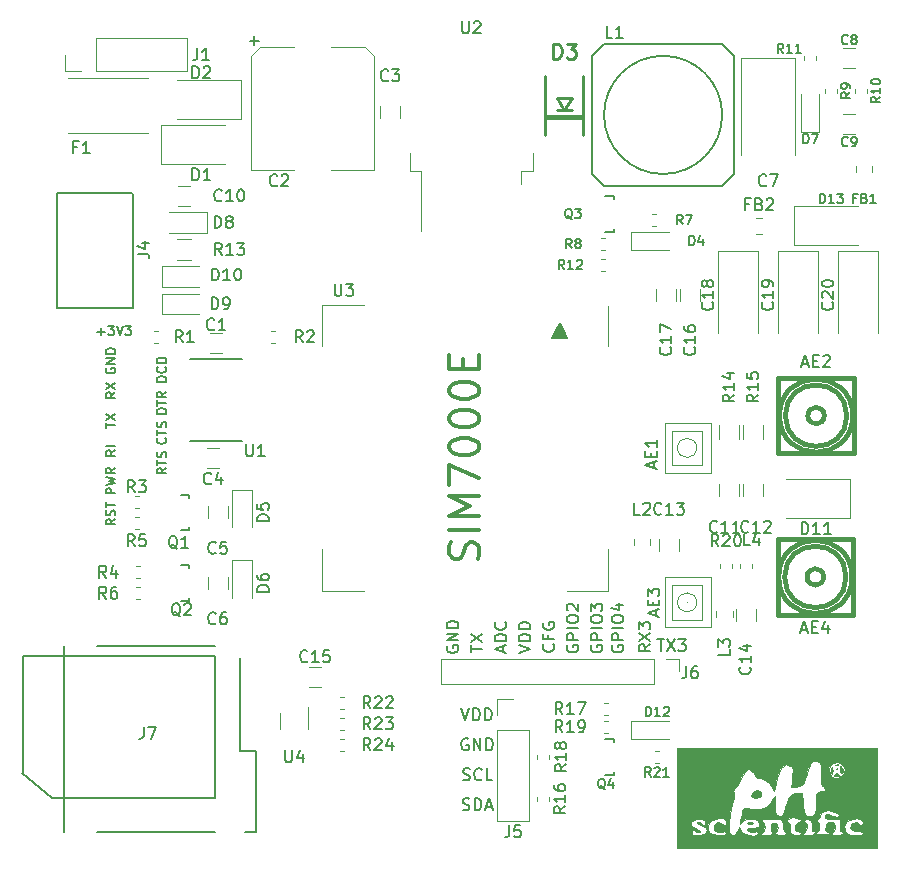
<source format=gbr>
G04 #@! TF.GenerationSoftware,KiCad,Pcbnew,(5.1.2)-2*
G04 #@! TF.CreationDate,2019-10-28T15:07:55+07:00*
G04 #@! TF.ProjectId,ph_shield_sim7000_pm2_hw,70685f73-6869-4656-9c64-5f73696d3730,rev?*
G04 #@! TF.SameCoordinates,Original*
G04 #@! TF.FileFunction,Legend,Top*
G04 #@! TF.FilePolarity,Positive*
%FSLAX46Y46*%
G04 Gerber Fmt 4.6, Leading zero omitted, Abs format (unit mm)*
G04 Created by KiCad (PCBNEW (5.1.2)-2) date 2019-10-28 15:07:55*
%MOMM*%
%LPD*%
G04 APERTURE LIST*
%ADD10C,0.300000*%
%ADD11C,0.150000*%
%ADD12C,0.010000*%
%ADD13C,0.120000*%
%ADD14C,0.381000*%
%ADD15C,0.400000*%
%ADD16C,0.254000*%
G04 APERTURE END LIST*
D10*
X135671904Y-94760952D02*
X135790952Y-94403809D01*
X135790952Y-93808571D01*
X135671904Y-93570476D01*
X135552857Y-93451428D01*
X135314761Y-93332380D01*
X135076666Y-93332380D01*
X134838571Y-93451428D01*
X134719523Y-93570476D01*
X134600476Y-93808571D01*
X134481428Y-94284761D01*
X134362380Y-94522857D01*
X134243333Y-94641904D01*
X134005238Y-94760952D01*
X133767142Y-94760952D01*
X133529047Y-94641904D01*
X133410000Y-94522857D01*
X133290952Y-94284761D01*
X133290952Y-93689523D01*
X133410000Y-93332380D01*
X135790952Y-92260952D02*
X133290952Y-92260952D01*
X135790952Y-91070476D02*
X133290952Y-91070476D01*
X135076666Y-90237142D01*
X133290952Y-89403809D01*
X135790952Y-89403809D01*
X133290952Y-88451428D02*
X133290952Y-86784761D01*
X135790952Y-87856190D01*
X133290952Y-85356190D02*
X133290952Y-85118095D01*
X133410000Y-84880000D01*
X133529047Y-84760952D01*
X133767142Y-84641904D01*
X134243333Y-84522857D01*
X134838571Y-84522857D01*
X135314761Y-84641904D01*
X135552857Y-84760952D01*
X135671904Y-84880000D01*
X135790952Y-85118095D01*
X135790952Y-85356190D01*
X135671904Y-85594285D01*
X135552857Y-85713333D01*
X135314761Y-85832380D01*
X134838571Y-85951428D01*
X134243333Y-85951428D01*
X133767142Y-85832380D01*
X133529047Y-85713333D01*
X133410000Y-85594285D01*
X133290952Y-85356190D01*
X133290952Y-82975238D02*
X133290952Y-82737142D01*
X133410000Y-82499047D01*
X133529047Y-82380000D01*
X133767142Y-82260952D01*
X134243333Y-82141904D01*
X134838571Y-82141904D01*
X135314761Y-82260952D01*
X135552857Y-82380000D01*
X135671904Y-82499047D01*
X135790952Y-82737142D01*
X135790952Y-82975238D01*
X135671904Y-83213333D01*
X135552857Y-83332380D01*
X135314761Y-83451428D01*
X134838571Y-83570476D01*
X134243333Y-83570476D01*
X133767142Y-83451428D01*
X133529047Y-83332380D01*
X133410000Y-83213333D01*
X133290952Y-82975238D01*
X133290952Y-80594285D02*
X133290952Y-80356190D01*
X133410000Y-80118095D01*
X133529047Y-79999047D01*
X133767142Y-79880000D01*
X134243333Y-79760952D01*
X134838571Y-79760952D01*
X135314761Y-79880000D01*
X135552857Y-79999047D01*
X135671904Y-80118095D01*
X135790952Y-80356190D01*
X135790952Y-80594285D01*
X135671904Y-80832380D01*
X135552857Y-80951428D01*
X135314761Y-81070476D01*
X134838571Y-81189523D01*
X134243333Y-81189523D01*
X133767142Y-81070476D01*
X133529047Y-80951428D01*
X133410000Y-80832380D01*
X133290952Y-80594285D01*
X134481428Y-78689523D02*
X134481428Y-77856190D01*
X135790952Y-77499047D02*
X135790952Y-78689523D01*
X133290952Y-78689523D01*
X133290952Y-77499047D01*
D11*
X150907904Y-101560380D02*
X151479333Y-101560380D01*
X151193619Y-102560380D02*
X151193619Y-101560380D01*
X151717428Y-101560380D02*
X152384095Y-102560380D01*
X152384095Y-101560380D02*
X151717428Y-102560380D01*
X152669809Y-101560380D02*
X153288857Y-101560380D01*
X152955523Y-101941333D01*
X153098380Y-101941333D01*
X153193619Y-101988952D01*
X153241238Y-102036571D01*
X153288857Y-102131809D01*
X153288857Y-102369904D01*
X153241238Y-102465142D01*
X153193619Y-102512761D01*
X153098380Y-102560380D01*
X152812666Y-102560380D01*
X152717428Y-102512761D01*
X152669809Y-102465142D01*
X150312380Y-101988857D02*
X149836190Y-102322190D01*
X150312380Y-102560285D02*
X149312380Y-102560285D01*
X149312380Y-102179333D01*
X149360000Y-102084095D01*
X149407619Y-102036476D01*
X149502857Y-101988857D01*
X149645714Y-101988857D01*
X149740952Y-102036476D01*
X149788571Y-102084095D01*
X149836190Y-102179333D01*
X149836190Y-102560285D01*
X149312380Y-101655523D02*
X150312380Y-100988857D01*
X149312380Y-100988857D02*
X150312380Y-101655523D01*
X149312380Y-100703142D02*
X149312380Y-100084095D01*
X149693333Y-100417428D01*
X149693333Y-100274571D01*
X149740952Y-100179333D01*
X149788571Y-100131714D01*
X149883809Y-100084095D01*
X150121904Y-100084095D01*
X150217142Y-100131714D01*
X150264761Y-100179333D01*
X150312380Y-100274571D01*
X150312380Y-100560285D01*
X150264761Y-100655523D01*
X150217142Y-100703142D01*
X147074000Y-102060190D02*
X147026380Y-102155428D01*
X147026380Y-102298285D01*
X147074000Y-102441142D01*
X147169238Y-102536380D01*
X147264476Y-102584000D01*
X147454952Y-102631619D01*
X147597809Y-102631619D01*
X147788285Y-102584000D01*
X147883523Y-102536380D01*
X147978761Y-102441142D01*
X148026380Y-102298285D01*
X148026380Y-102203047D01*
X147978761Y-102060190D01*
X147931142Y-102012571D01*
X147597809Y-102012571D01*
X147597809Y-102203047D01*
X148026380Y-101584000D02*
X147026380Y-101584000D01*
X147026380Y-101203047D01*
X147074000Y-101107809D01*
X147121619Y-101060190D01*
X147216857Y-101012571D01*
X147359714Y-101012571D01*
X147454952Y-101060190D01*
X147502571Y-101107809D01*
X147550190Y-101203047D01*
X147550190Y-101584000D01*
X148026380Y-100584000D02*
X147026380Y-100584000D01*
X147026380Y-99917333D02*
X147026380Y-99726857D01*
X147074000Y-99631619D01*
X147169238Y-99536380D01*
X147359714Y-99488761D01*
X147693047Y-99488761D01*
X147883523Y-99536380D01*
X147978761Y-99631619D01*
X148026380Y-99726857D01*
X148026380Y-99917333D01*
X147978761Y-100012571D01*
X147883523Y-100107809D01*
X147693047Y-100155428D01*
X147359714Y-100155428D01*
X147169238Y-100107809D01*
X147074000Y-100012571D01*
X147026380Y-99917333D01*
X147359714Y-98631619D02*
X148026380Y-98631619D01*
X146978761Y-98869714D02*
X147693047Y-99107809D01*
X147693047Y-98488761D01*
X145296000Y-102060190D02*
X145248380Y-102155428D01*
X145248380Y-102298285D01*
X145296000Y-102441142D01*
X145391238Y-102536380D01*
X145486476Y-102584000D01*
X145676952Y-102631619D01*
X145819809Y-102631619D01*
X146010285Y-102584000D01*
X146105523Y-102536380D01*
X146200761Y-102441142D01*
X146248380Y-102298285D01*
X146248380Y-102203047D01*
X146200761Y-102060190D01*
X146153142Y-102012571D01*
X145819809Y-102012571D01*
X145819809Y-102203047D01*
X146248380Y-101584000D02*
X145248380Y-101584000D01*
X145248380Y-101203047D01*
X145296000Y-101107809D01*
X145343619Y-101060190D01*
X145438857Y-101012571D01*
X145581714Y-101012571D01*
X145676952Y-101060190D01*
X145724571Y-101107809D01*
X145772190Y-101203047D01*
X145772190Y-101584000D01*
X146248380Y-100584000D02*
X145248380Y-100584000D01*
X145248380Y-99917333D02*
X145248380Y-99726857D01*
X145296000Y-99631619D01*
X145391238Y-99536380D01*
X145581714Y-99488761D01*
X145915047Y-99488761D01*
X146105523Y-99536380D01*
X146200761Y-99631619D01*
X146248380Y-99726857D01*
X146248380Y-99917333D01*
X146200761Y-100012571D01*
X146105523Y-100107809D01*
X145915047Y-100155428D01*
X145581714Y-100155428D01*
X145391238Y-100107809D01*
X145296000Y-100012571D01*
X145248380Y-99917333D01*
X145248380Y-99155428D02*
X145248380Y-98536380D01*
X145629333Y-98869714D01*
X145629333Y-98726857D01*
X145676952Y-98631619D01*
X145724571Y-98584000D01*
X145819809Y-98536380D01*
X146057904Y-98536380D01*
X146153142Y-98584000D01*
X146200761Y-98631619D01*
X146248380Y-98726857D01*
X146248380Y-99012571D01*
X146200761Y-99107809D01*
X146153142Y-99155428D01*
X143264000Y-102060190D02*
X143216380Y-102155428D01*
X143216380Y-102298285D01*
X143264000Y-102441142D01*
X143359238Y-102536380D01*
X143454476Y-102584000D01*
X143644952Y-102631619D01*
X143787809Y-102631619D01*
X143978285Y-102584000D01*
X144073523Y-102536380D01*
X144168761Y-102441142D01*
X144216380Y-102298285D01*
X144216380Y-102203047D01*
X144168761Y-102060190D01*
X144121142Y-102012571D01*
X143787809Y-102012571D01*
X143787809Y-102203047D01*
X144216380Y-101584000D02*
X143216380Y-101584000D01*
X143216380Y-101203047D01*
X143264000Y-101107809D01*
X143311619Y-101060190D01*
X143406857Y-101012571D01*
X143549714Y-101012571D01*
X143644952Y-101060190D01*
X143692571Y-101107809D01*
X143740190Y-101203047D01*
X143740190Y-101584000D01*
X144216380Y-100584000D02*
X143216380Y-100584000D01*
X143216380Y-99917333D02*
X143216380Y-99726857D01*
X143264000Y-99631619D01*
X143359238Y-99536380D01*
X143549714Y-99488761D01*
X143883047Y-99488761D01*
X144073523Y-99536380D01*
X144168761Y-99631619D01*
X144216380Y-99726857D01*
X144216380Y-99917333D01*
X144168761Y-100012571D01*
X144073523Y-100107809D01*
X143883047Y-100155428D01*
X143549714Y-100155428D01*
X143359238Y-100107809D01*
X143264000Y-100012571D01*
X143216380Y-99917333D01*
X143311619Y-99107809D02*
X143264000Y-99060190D01*
X143216380Y-98964952D01*
X143216380Y-98726857D01*
X143264000Y-98631619D01*
X143311619Y-98584000D01*
X143406857Y-98536380D01*
X143502095Y-98536380D01*
X143644952Y-98584000D01*
X144216380Y-99155428D01*
X144216380Y-98536380D01*
X142089142Y-101965047D02*
X142136761Y-102012666D01*
X142184380Y-102155523D01*
X142184380Y-102250761D01*
X142136761Y-102393619D01*
X142041523Y-102488857D01*
X141946285Y-102536476D01*
X141755809Y-102584095D01*
X141612952Y-102584095D01*
X141422476Y-102536476D01*
X141327238Y-102488857D01*
X141232000Y-102393619D01*
X141184380Y-102250761D01*
X141184380Y-102155523D01*
X141232000Y-102012666D01*
X141279619Y-101965047D01*
X141660571Y-101203142D02*
X141660571Y-101536476D01*
X142184380Y-101536476D02*
X141184380Y-101536476D01*
X141184380Y-101060285D01*
X141232000Y-100155523D02*
X141184380Y-100250761D01*
X141184380Y-100393619D01*
X141232000Y-100536476D01*
X141327238Y-100631714D01*
X141422476Y-100679333D01*
X141612952Y-100726952D01*
X141755809Y-100726952D01*
X141946285Y-100679333D01*
X142041523Y-100631714D01*
X142136761Y-100536476D01*
X142184380Y-100393619D01*
X142184380Y-100298380D01*
X142136761Y-100155523D01*
X142089142Y-100107904D01*
X141755809Y-100107904D01*
X141755809Y-100298380D01*
X139152380Y-102679333D02*
X140152380Y-102346000D01*
X139152380Y-102012666D01*
X140152380Y-101679333D02*
X139152380Y-101679333D01*
X139152380Y-101441238D01*
X139200000Y-101298380D01*
X139295238Y-101203142D01*
X139390476Y-101155523D01*
X139580952Y-101107904D01*
X139723809Y-101107904D01*
X139914285Y-101155523D01*
X140009523Y-101203142D01*
X140104761Y-101298380D01*
X140152380Y-101441238D01*
X140152380Y-101679333D01*
X140152380Y-100679333D02*
X139152380Y-100679333D01*
X139152380Y-100441238D01*
X139200000Y-100298380D01*
X139295238Y-100203142D01*
X139390476Y-100155523D01*
X139580952Y-100107904D01*
X139723809Y-100107904D01*
X139914285Y-100155523D01*
X140009523Y-100203142D01*
X140104761Y-100298380D01*
X140152380Y-100441238D01*
X140152380Y-100679333D01*
X137834666Y-102584095D02*
X137834666Y-102107904D01*
X138120380Y-102679333D02*
X137120380Y-102346000D01*
X138120380Y-102012666D01*
X138120380Y-101679333D02*
X137120380Y-101679333D01*
X137120380Y-101441238D01*
X137168000Y-101298380D01*
X137263238Y-101203142D01*
X137358476Y-101155523D01*
X137548952Y-101107904D01*
X137691809Y-101107904D01*
X137882285Y-101155523D01*
X137977523Y-101203142D01*
X138072761Y-101298380D01*
X138120380Y-101441238D01*
X138120380Y-101679333D01*
X138025142Y-100107904D02*
X138072761Y-100155523D01*
X138120380Y-100298380D01*
X138120380Y-100393619D01*
X138072761Y-100536476D01*
X137977523Y-100631714D01*
X137882285Y-100679333D01*
X137691809Y-100726952D01*
X137548952Y-100726952D01*
X137358476Y-100679333D01*
X137263238Y-100631714D01*
X137168000Y-100536476D01*
X137120380Y-100393619D01*
X137120380Y-100298380D01*
X137168000Y-100155523D01*
X137215619Y-100107904D01*
X135088380Y-102615904D02*
X135088380Y-102044476D01*
X136088380Y-102330190D02*
X135088380Y-102330190D01*
X135088380Y-101806380D02*
X136088380Y-101139714D01*
X135088380Y-101139714D02*
X136088380Y-101806380D01*
X133104000Y-102107904D02*
X133056380Y-102203142D01*
X133056380Y-102346000D01*
X133104000Y-102488857D01*
X133199238Y-102584095D01*
X133294476Y-102631714D01*
X133484952Y-102679333D01*
X133627809Y-102679333D01*
X133818285Y-102631714D01*
X133913523Y-102584095D01*
X134008761Y-102488857D01*
X134056380Y-102346000D01*
X134056380Y-102250761D01*
X134008761Y-102107904D01*
X133961142Y-102060285D01*
X133627809Y-102060285D01*
X133627809Y-102250761D01*
X134056380Y-101631714D02*
X133056380Y-101631714D01*
X134056380Y-101060285D01*
X133056380Y-101060285D01*
X134056380Y-100584095D02*
X133056380Y-100584095D01*
X133056380Y-100346000D01*
X133104000Y-100203142D01*
X133199238Y-100107904D01*
X133294476Y-100060285D01*
X133484952Y-100012666D01*
X133627809Y-100012666D01*
X133818285Y-100060285D01*
X133913523Y-100107904D01*
X134008761Y-100203142D01*
X134056380Y-100346000D01*
X134056380Y-100584095D01*
X134421714Y-115974761D02*
X134564571Y-116022380D01*
X134802666Y-116022380D01*
X134897904Y-115974761D01*
X134945523Y-115927142D01*
X134993142Y-115831904D01*
X134993142Y-115736666D01*
X134945523Y-115641428D01*
X134897904Y-115593809D01*
X134802666Y-115546190D01*
X134612190Y-115498571D01*
X134516952Y-115450952D01*
X134469333Y-115403333D01*
X134421714Y-115308095D01*
X134421714Y-115212857D01*
X134469333Y-115117619D01*
X134516952Y-115070000D01*
X134612190Y-115022380D01*
X134850285Y-115022380D01*
X134993142Y-115070000D01*
X135421714Y-116022380D02*
X135421714Y-115022380D01*
X135659809Y-115022380D01*
X135802666Y-115070000D01*
X135897904Y-115165238D01*
X135945523Y-115260476D01*
X135993142Y-115450952D01*
X135993142Y-115593809D01*
X135945523Y-115784285D01*
X135897904Y-115879523D01*
X135802666Y-115974761D01*
X135659809Y-116022380D01*
X135421714Y-116022380D01*
X136374095Y-115736666D02*
X136850285Y-115736666D01*
X136278857Y-116022380D02*
X136612190Y-115022380D01*
X136945523Y-116022380D01*
X134445523Y-113434761D02*
X134588380Y-113482380D01*
X134826476Y-113482380D01*
X134921714Y-113434761D01*
X134969333Y-113387142D01*
X135016952Y-113291904D01*
X135016952Y-113196666D01*
X134969333Y-113101428D01*
X134921714Y-113053809D01*
X134826476Y-113006190D01*
X134636000Y-112958571D01*
X134540761Y-112910952D01*
X134493142Y-112863333D01*
X134445523Y-112768095D01*
X134445523Y-112672857D01*
X134493142Y-112577619D01*
X134540761Y-112530000D01*
X134636000Y-112482380D01*
X134874095Y-112482380D01*
X135016952Y-112530000D01*
X136016952Y-113387142D02*
X135969333Y-113434761D01*
X135826476Y-113482380D01*
X135731238Y-113482380D01*
X135588380Y-113434761D01*
X135493142Y-113339523D01*
X135445523Y-113244285D01*
X135397904Y-113053809D01*
X135397904Y-112910952D01*
X135445523Y-112720476D01*
X135493142Y-112625238D01*
X135588380Y-112530000D01*
X135731238Y-112482380D01*
X135826476Y-112482380D01*
X135969333Y-112530000D01*
X136016952Y-112577619D01*
X136921714Y-113482380D02*
X136445523Y-113482380D01*
X136445523Y-112482380D01*
X134874095Y-109990000D02*
X134778857Y-109942380D01*
X134636000Y-109942380D01*
X134493142Y-109990000D01*
X134397904Y-110085238D01*
X134350285Y-110180476D01*
X134302666Y-110370952D01*
X134302666Y-110513809D01*
X134350285Y-110704285D01*
X134397904Y-110799523D01*
X134493142Y-110894761D01*
X134636000Y-110942380D01*
X134731238Y-110942380D01*
X134874095Y-110894761D01*
X134921714Y-110847142D01*
X134921714Y-110513809D01*
X134731238Y-110513809D01*
X135350285Y-110942380D02*
X135350285Y-109942380D01*
X135921714Y-110942380D01*
X135921714Y-109942380D01*
X136397904Y-110942380D02*
X136397904Y-109942380D01*
X136636000Y-109942380D01*
X136778857Y-109990000D01*
X136874095Y-110085238D01*
X136921714Y-110180476D01*
X136969333Y-110370952D01*
X136969333Y-110513809D01*
X136921714Y-110704285D01*
X136874095Y-110799523D01*
X136778857Y-110894761D01*
X136636000Y-110942380D01*
X136397904Y-110942380D01*
X134302666Y-107402380D02*
X134636000Y-108402380D01*
X134969333Y-107402380D01*
X135302666Y-108402380D02*
X135302666Y-107402380D01*
X135540761Y-107402380D01*
X135683619Y-107450000D01*
X135778857Y-107545238D01*
X135826476Y-107640476D01*
X135874095Y-107830952D01*
X135874095Y-107973809D01*
X135826476Y-108164285D01*
X135778857Y-108259523D01*
X135683619Y-108354761D01*
X135540761Y-108402380D01*
X135302666Y-108402380D01*
X136302666Y-108402380D02*
X136302666Y-107402380D01*
X136540761Y-107402380D01*
X136683619Y-107450000D01*
X136778857Y-107545238D01*
X136826476Y-107640476D01*
X136874095Y-107830952D01*
X136874095Y-107973809D01*
X136826476Y-108164285D01*
X136778857Y-108259523D01*
X136683619Y-108354761D01*
X136540761Y-108402380D01*
X136302666Y-108402380D01*
X109327904Y-87052095D02*
X108946952Y-87318761D01*
X109327904Y-87509238D02*
X108527904Y-87509238D01*
X108527904Y-87204476D01*
X108566000Y-87128285D01*
X108604095Y-87090190D01*
X108680285Y-87052095D01*
X108794571Y-87052095D01*
X108870761Y-87090190D01*
X108908857Y-87128285D01*
X108946952Y-87204476D01*
X108946952Y-87509238D01*
X108527904Y-86823523D02*
X108527904Y-86366380D01*
X109327904Y-86594952D02*
X108527904Y-86594952D01*
X109289809Y-86137809D02*
X109327904Y-86023523D01*
X109327904Y-85833047D01*
X109289809Y-85756857D01*
X109251714Y-85718761D01*
X109175523Y-85680666D01*
X109099333Y-85680666D01*
X109023142Y-85718761D01*
X108985047Y-85756857D01*
X108946952Y-85833047D01*
X108908857Y-85985428D01*
X108870761Y-86061619D01*
X108832666Y-86099714D01*
X108756476Y-86137809D01*
X108680285Y-86137809D01*
X108604095Y-86099714D01*
X108566000Y-86061619D01*
X108527904Y-85985428D01*
X108527904Y-85794952D01*
X108566000Y-85680666D01*
X109251714Y-84512095D02*
X109289809Y-84550190D01*
X109327904Y-84664476D01*
X109327904Y-84740666D01*
X109289809Y-84854952D01*
X109213619Y-84931142D01*
X109137428Y-84969238D01*
X108985047Y-85007333D01*
X108870761Y-85007333D01*
X108718380Y-84969238D01*
X108642190Y-84931142D01*
X108566000Y-84854952D01*
X108527904Y-84740666D01*
X108527904Y-84664476D01*
X108566000Y-84550190D01*
X108604095Y-84512095D01*
X108527904Y-84283523D02*
X108527904Y-83826380D01*
X109327904Y-84054952D02*
X108527904Y-84054952D01*
X109289809Y-83597809D02*
X109327904Y-83483523D01*
X109327904Y-83293047D01*
X109289809Y-83216857D01*
X109251714Y-83178761D01*
X109175523Y-83140666D01*
X109099333Y-83140666D01*
X109023142Y-83178761D01*
X108985047Y-83216857D01*
X108946952Y-83293047D01*
X108908857Y-83445428D01*
X108870761Y-83521619D01*
X108832666Y-83559714D01*
X108756476Y-83597809D01*
X108680285Y-83597809D01*
X108604095Y-83559714D01*
X108566000Y-83521619D01*
X108527904Y-83445428D01*
X108527904Y-83254952D01*
X108566000Y-83140666D01*
X109327904Y-82448285D02*
X108527904Y-82448285D01*
X108527904Y-82257809D01*
X108566000Y-82143523D01*
X108642190Y-82067333D01*
X108718380Y-82029238D01*
X108870761Y-81991142D01*
X108985047Y-81991142D01*
X109137428Y-82029238D01*
X109213619Y-82067333D01*
X109289809Y-82143523D01*
X109327904Y-82257809D01*
X109327904Y-82448285D01*
X108527904Y-81762571D02*
X108527904Y-81305428D01*
X109327904Y-81534000D02*
X108527904Y-81534000D01*
X109327904Y-80581619D02*
X108946952Y-80848285D01*
X109327904Y-81038761D02*
X108527904Y-81038761D01*
X108527904Y-80734000D01*
X108566000Y-80657809D01*
X108604095Y-80619714D01*
X108680285Y-80581619D01*
X108794571Y-80581619D01*
X108870761Y-80619714D01*
X108908857Y-80657809D01*
X108946952Y-80734000D01*
X108946952Y-81038761D01*
X109327904Y-79749523D02*
X108527904Y-79749523D01*
X108527904Y-79559047D01*
X108566000Y-79444761D01*
X108642190Y-79368571D01*
X108718380Y-79330476D01*
X108870761Y-79292380D01*
X108985047Y-79292380D01*
X109137428Y-79330476D01*
X109213619Y-79368571D01*
X109289809Y-79444761D01*
X109327904Y-79559047D01*
X109327904Y-79749523D01*
X109251714Y-78492380D02*
X109289809Y-78530476D01*
X109327904Y-78644761D01*
X109327904Y-78720952D01*
X109289809Y-78835238D01*
X109213619Y-78911428D01*
X109137428Y-78949523D01*
X108985047Y-78987619D01*
X108870761Y-78987619D01*
X108718380Y-78949523D01*
X108642190Y-78911428D01*
X108566000Y-78835238D01*
X108527904Y-78720952D01*
X108527904Y-78644761D01*
X108566000Y-78530476D01*
X108604095Y-78492380D01*
X109327904Y-78149523D02*
X108527904Y-78149523D01*
X108527904Y-77959047D01*
X108566000Y-77844761D01*
X108642190Y-77768571D01*
X108718380Y-77730476D01*
X108870761Y-77692380D01*
X108985047Y-77692380D01*
X109137428Y-77730476D01*
X109213619Y-77768571D01*
X109289809Y-77844761D01*
X109327904Y-77959047D01*
X109327904Y-78149523D01*
X105009904Y-91370095D02*
X104628952Y-91636761D01*
X105009904Y-91827238D02*
X104209904Y-91827238D01*
X104209904Y-91522476D01*
X104248000Y-91446285D01*
X104286095Y-91408190D01*
X104362285Y-91370095D01*
X104476571Y-91370095D01*
X104552761Y-91408190D01*
X104590857Y-91446285D01*
X104628952Y-91522476D01*
X104628952Y-91827238D01*
X104971809Y-91065333D02*
X105009904Y-90951047D01*
X105009904Y-90760571D01*
X104971809Y-90684380D01*
X104933714Y-90646285D01*
X104857523Y-90608190D01*
X104781333Y-90608190D01*
X104705142Y-90646285D01*
X104667047Y-90684380D01*
X104628952Y-90760571D01*
X104590857Y-90912952D01*
X104552761Y-90989142D01*
X104514666Y-91027238D01*
X104438476Y-91065333D01*
X104362285Y-91065333D01*
X104286095Y-91027238D01*
X104248000Y-90989142D01*
X104209904Y-90912952D01*
X104209904Y-90722476D01*
X104248000Y-90608190D01*
X104209904Y-90379619D02*
X104209904Y-89922476D01*
X105009904Y-90151047D02*
X104209904Y-90151047D01*
X105009904Y-89204666D02*
X104209904Y-89204666D01*
X104209904Y-88899904D01*
X104248000Y-88823714D01*
X104286095Y-88785619D01*
X104362285Y-88747523D01*
X104476571Y-88747523D01*
X104552761Y-88785619D01*
X104590857Y-88823714D01*
X104628952Y-88899904D01*
X104628952Y-89204666D01*
X104209904Y-88480857D02*
X105009904Y-88290380D01*
X104438476Y-88138000D01*
X105009904Y-87985619D01*
X104209904Y-87795142D01*
X105009904Y-87033238D02*
X104628952Y-87299904D01*
X105009904Y-87490380D02*
X104209904Y-87490380D01*
X104209904Y-87185619D01*
X104248000Y-87109428D01*
X104286095Y-87071333D01*
X104362285Y-87033238D01*
X104476571Y-87033238D01*
X104552761Y-87071333D01*
X104590857Y-87109428D01*
X104628952Y-87185619D01*
X104628952Y-87490380D01*
X105009904Y-85540857D02*
X104628952Y-85807523D01*
X105009904Y-85998000D02*
X104209904Y-85998000D01*
X104209904Y-85693238D01*
X104248000Y-85617047D01*
X104286095Y-85578952D01*
X104362285Y-85540857D01*
X104476571Y-85540857D01*
X104552761Y-85578952D01*
X104590857Y-85617047D01*
X104628952Y-85693238D01*
X104628952Y-85998000D01*
X105009904Y-85198000D02*
X104209904Y-85198000D01*
X104209904Y-83667523D02*
X104209904Y-83210380D01*
X105009904Y-83438952D02*
X104209904Y-83438952D01*
X104209904Y-83019904D02*
X105009904Y-82486571D01*
X104209904Y-82486571D02*
X105009904Y-83019904D01*
X105009904Y-80651333D02*
X104628952Y-80918000D01*
X105009904Y-81108476D02*
X104209904Y-81108476D01*
X104209904Y-80803714D01*
X104248000Y-80727523D01*
X104286095Y-80689428D01*
X104362285Y-80651333D01*
X104476571Y-80651333D01*
X104552761Y-80689428D01*
X104590857Y-80727523D01*
X104628952Y-80803714D01*
X104628952Y-81108476D01*
X104209904Y-80384666D02*
X105009904Y-79851333D01*
X104209904Y-79851333D02*
X105009904Y-80384666D01*
X104248000Y-78587523D02*
X104209904Y-78663714D01*
X104209904Y-78778000D01*
X104248000Y-78892285D01*
X104324190Y-78968476D01*
X104400380Y-79006571D01*
X104552761Y-79044666D01*
X104667047Y-79044666D01*
X104819428Y-79006571D01*
X104895619Y-78968476D01*
X104971809Y-78892285D01*
X105009904Y-78778000D01*
X105009904Y-78701809D01*
X104971809Y-78587523D01*
X104933714Y-78549428D01*
X104667047Y-78549428D01*
X104667047Y-78701809D01*
X105009904Y-78206571D02*
X104209904Y-78206571D01*
X105009904Y-77749428D01*
X104209904Y-77749428D01*
X105009904Y-77368476D02*
X104209904Y-77368476D01*
X104209904Y-77178000D01*
X104248000Y-77063714D01*
X104324190Y-76987523D01*
X104400380Y-76949428D01*
X104552761Y-76911333D01*
X104667047Y-76911333D01*
X104819428Y-76949428D01*
X104895619Y-76987523D01*
X104971809Y-77063714D01*
X105009904Y-77178000D01*
X105009904Y-77368476D01*
X103492476Y-75495142D02*
X104102000Y-75495142D01*
X103797238Y-75799904D02*
X103797238Y-75190380D01*
X104406761Y-74999904D02*
X104902000Y-74999904D01*
X104635333Y-75304666D01*
X104749619Y-75304666D01*
X104825809Y-75342761D01*
X104863904Y-75380857D01*
X104902000Y-75457047D01*
X104902000Y-75647523D01*
X104863904Y-75723714D01*
X104825809Y-75761809D01*
X104749619Y-75799904D01*
X104521047Y-75799904D01*
X104444857Y-75761809D01*
X104406761Y-75723714D01*
X105130571Y-74999904D02*
X105397238Y-75799904D01*
X105663904Y-74999904D01*
X105854380Y-74999904D02*
X106349619Y-74999904D01*
X106082952Y-75304666D01*
X106197238Y-75304666D01*
X106273428Y-75342761D01*
X106311523Y-75380857D01*
X106349619Y-75457047D01*
X106349619Y-75647523D01*
X106311523Y-75723714D01*
X106273428Y-75761809D01*
X106197238Y-75799904D01*
X105968666Y-75799904D01*
X105892476Y-75761809D01*
X105854380Y-75723714D01*
D12*
G36*
X169470667Y-119239333D02*
G01*
X152537334Y-119239333D01*
X152537334Y-117182351D01*
X153738027Y-117182351D01*
X153787638Y-117342811D01*
X153920368Y-117457766D01*
X154142261Y-117554027D01*
X154371800Y-117654948D01*
X154522957Y-117752230D01*
X154551483Y-117788781D01*
X154516344Y-117862468D01*
X154387434Y-117884226D01*
X154230645Y-117858516D01*
X154111875Y-117789801D01*
X154091951Y-117757667D01*
X153990753Y-117640234D01*
X153875320Y-117657518D01*
X153809125Y-117793782D01*
X153807334Y-117828222D01*
X153829219Y-118006031D01*
X153863778Y-118082222D01*
X154006427Y-118131087D01*
X154247273Y-118136554D01*
X154522193Y-118103462D01*
X154767066Y-118036649D01*
X154827538Y-118009492D01*
X155028690Y-117845160D01*
X155077334Y-117679329D01*
X155047438Y-117547082D01*
X154932592Y-117444823D01*
X154919319Y-117439025D01*
X155178768Y-117439025D01*
X155182235Y-117686145D01*
X155260433Y-117849296D01*
X155380686Y-117959728D01*
X155625868Y-118074843D01*
X155958750Y-118137710D01*
X156303513Y-118140072D01*
X156552075Y-118087275D01*
X156668954Y-117977051D01*
X156686000Y-117908519D01*
X156647285Y-117826836D01*
X156505369Y-117818078D01*
X156400114Y-117834787D01*
X156058029Y-117850275D01*
X155811548Y-117760710D01*
X155683231Y-117577246D01*
X155670000Y-117473796D01*
X155682717Y-117421603D01*
X156940121Y-117421603D01*
X156957421Y-117776246D01*
X157023252Y-118002135D01*
X157062937Y-118050628D01*
X157223760Y-118108067D01*
X157400345Y-118080311D01*
X157518400Y-117986384D01*
X157532667Y-117930353D01*
X157600854Y-117804793D01*
X157659667Y-117769382D01*
X157763262Y-117655156D01*
X157794303Y-117527490D01*
X157807704Y-117428945D01*
X157841062Y-117480170D01*
X157880884Y-117607545D01*
X158033988Y-117858584D01*
X158299792Y-118046641D01*
X158628892Y-118157683D01*
X158971884Y-118177677D01*
X159279363Y-118092589D01*
X159374167Y-118031719D01*
X159461622Y-117929638D01*
X159671635Y-117929638D01*
X159673856Y-118029932D01*
X159755167Y-118084059D01*
X159924591Y-118115530D01*
X160163685Y-118118805D01*
X160406725Y-118098259D01*
X160587990Y-118058270D01*
X160640874Y-118025079D01*
X160627693Y-117912423D01*
X160572435Y-117850656D01*
X160492244Y-117694028D01*
X160496000Y-117419000D01*
X160535578Y-117201214D01*
X160608790Y-117104447D01*
X160757727Y-117080597D01*
X160792334Y-117080333D01*
X160959294Y-117096684D01*
X161037850Y-117178555D01*
X161070489Y-117375170D01*
X161073074Y-117405591D01*
X161062425Y-117670390D01*
X160966036Y-117832105D01*
X160946074Y-117848482D01*
X160844235Y-117948569D01*
X160880613Y-118023273D01*
X160919334Y-118051094D01*
X161114200Y-118114704D01*
X161383509Y-118133459D01*
X161638315Y-118106179D01*
X161755681Y-118062169D01*
X161822528Y-117949717D01*
X161767346Y-117837649D01*
X161655170Y-117799638D01*
X161587742Y-117719628D01*
X161541307Y-117498843D01*
X161529048Y-117355252D01*
X161499415Y-117087138D01*
X161477022Y-116994191D01*
X161859052Y-116994191D01*
X161958944Y-117037610D01*
X161977667Y-117038000D01*
X162054560Y-117080119D01*
X162093963Y-117227741D01*
X162104667Y-117499459D01*
X162145074Y-117848803D01*
X162274655Y-118060252D01*
X162505944Y-118142704D01*
X162851478Y-118105054D01*
X162930167Y-118085302D01*
X163097011Y-118000308D01*
X163115530Y-117900840D01*
X162999053Y-117822832D01*
X162824334Y-117800000D01*
X162622771Y-117783047D01*
X162540913Y-117711545D01*
X162529156Y-117609500D01*
X162566909Y-117279048D01*
X162681115Y-117087576D01*
X162847592Y-117021625D01*
X163041241Y-116960078D01*
X163092650Y-116863807D01*
X163084069Y-116855646D01*
X163214671Y-116855646D01*
X163233574Y-116927942D01*
X163378214Y-116996792D01*
X163487216Y-117060976D01*
X163531963Y-117193892D01*
X163531763Y-117425136D01*
X163495989Y-117687214D01*
X163413583Y-117820198D01*
X163358882Y-117847343D01*
X163218822Y-117937270D01*
X163240385Y-118058365D01*
X163261778Y-118082222D01*
X163383800Y-118120841D01*
X163603197Y-118136729D01*
X163849484Y-118129455D01*
X164052176Y-118098587D01*
X164087409Y-118087275D01*
X164198387Y-117990798D01*
X164201545Y-117961407D01*
X164306000Y-117961407D01*
X164386472Y-118015025D01*
X164613051Y-118046778D01*
X164856334Y-118054000D01*
X165175017Y-118040461D01*
X165363744Y-118002339D01*
X165406667Y-117961407D01*
X165336741Y-117864633D01*
X165258241Y-117829999D01*
X165164781Y-117769635D01*
X165131584Y-117625166D01*
X165139093Y-117423049D01*
X165168644Y-117190754D01*
X165233518Y-117075690D01*
X165371601Y-117025775D01*
X165435686Y-117015314D01*
X165656495Y-116999158D01*
X165808834Y-117015916D01*
X165883885Y-117123223D01*
X165915791Y-117326277D01*
X165906308Y-117557556D01*
X165857188Y-117749534D01*
X165787667Y-117830618D01*
X165675000Y-117946243D01*
X165660667Y-118013434D01*
X165732377Y-118097418D01*
X165910462Y-118135882D01*
X166139356Y-118132788D01*
X166363489Y-118092098D01*
X166527295Y-118017771D01*
X166576249Y-117948167D01*
X166543456Y-117822134D01*
X166471208Y-117800000D01*
X166394683Y-117765862D01*
X166353467Y-117640769D01*
X166338638Y-117390699D01*
X166338167Y-117317705D01*
X166741061Y-117317705D01*
X166749688Y-117637597D01*
X166769101Y-117701220D01*
X166890769Y-117909325D01*
X167040967Y-118037325D01*
X167257877Y-118096086D01*
X167562376Y-118128153D01*
X167875513Y-118129974D01*
X168118336Y-118097998D01*
X168151409Y-118087275D01*
X168268286Y-117977136D01*
X168285334Y-117908678D01*
X168243722Y-117826948D01*
X168094592Y-117808870D01*
X167967834Y-117820600D01*
X167620589Y-117818357D01*
X167372847Y-117727383D01*
X167243679Y-117565735D01*
X167252158Y-117351470D01*
X167325827Y-117212810D01*
X167484424Y-117088643D01*
X167691541Y-117039211D01*
X167880153Y-117069435D01*
X167977285Y-117165000D01*
X168080603Y-117284725D01*
X168202172Y-117271880D01*
X168279867Y-117142940D01*
X168285334Y-117083312D01*
X168214119Y-116869105D01*
X168008197Y-116745622D01*
X167679148Y-116718301D01*
X167538000Y-116732331D01*
X167151665Y-116844346D01*
X166880536Y-117046379D01*
X166741061Y-117317705D01*
X166338167Y-117317705D01*
X166338000Y-117292000D01*
X166338000Y-116784000D01*
X165830000Y-116773417D01*
X165482109Y-116764812D01*
X165268617Y-116750073D01*
X165154637Y-116719142D01*
X165105281Y-116661964D01*
X165085660Y-116568480D01*
X165084231Y-116558439D01*
X165124974Y-116391156D01*
X165261797Y-116302354D01*
X165431370Y-116313394D01*
X165544315Y-116403243D01*
X165686804Y-116503580D01*
X165783599Y-116500943D01*
X165894942Y-116499886D01*
X165914667Y-116538546D01*
X165978236Y-116596940D01*
X166117746Y-116594078D01*
X166256405Y-116541819D01*
X166313785Y-116476916D01*
X166266586Y-116377906D01*
X166102715Y-116259993D01*
X165869582Y-116146107D01*
X165614601Y-116059178D01*
X165385183Y-116022135D01*
X165373144Y-116022000D01*
X165102415Y-116075557D01*
X164857032Y-116211690D01*
X164688883Y-116393587D01*
X164644667Y-116538802D01*
X164587586Y-116698969D01*
X164517667Y-116753382D01*
X164408430Y-116855795D01*
X164406435Y-116986171D01*
X164486889Y-117055963D01*
X164548838Y-117152730D01*
X164587764Y-117356208D01*
X164592722Y-117439748D01*
X164580260Y-117682366D01*
X164515502Y-117801995D01*
X164454167Y-117830137D01*
X164328499Y-117906635D01*
X164306000Y-117961407D01*
X164201545Y-117961407D01*
X164211199Y-117871584D01*
X164123046Y-117801768D01*
X164098559Y-117800000D01*
X164021047Y-117747703D01*
X163973291Y-117573818D01*
X163950392Y-117313167D01*
X163925000Y-116826333D01*
X163565167Y-116800298D01*
X163331127Y-116806870D01*
X163214671Y-116855646D01*
X163084069Y-116855646D01*
X162995487Y-116771403D01*
X162893848Y-116739675D01*
X162660802Y-116673085D01*
X162505501Y-116608003D01*
X162351497Y-116582192D01*
X162156259Y-116676056D01*
X162103334Y-116713706D01*
X161908096Y-116883863D01*
X161859052Y-116994191D01*
X161477022Y-116994191D01*
X161451305Y-116887455D01*
X161418814Y-116826447D01*
X161304618Y-116793641D01*
X161069557Y-116770819D01*
X160761564Y-116758244D01*
X160428575Y-116756179D01*
X160118525Y-116764884D01*
X159879346Y-116784623D01*
X159758975Y-116815658D01*
X159757090Y-116817355D01*
X159767884Y-116909272D01*
X159847408Y-117022981D01*
X159956531Y-117225794D01*
X159991457Y-117468703D01*
X159954332Y-117690506D01*
X159847303Y-117830001D01*
X159818667Y-117842333D01*
X159671635Y-117929638D01*
X159461622Y-117929638D01*
X159481104Y-117906898D01*
X159435326Y-117832903D01*
X159248393Y-117819481D01*
X159138487Y-117832968D01*
X158837779Y-117843160D01*
X158602946Y-117780945D01*
X158475574Y-117660542D01*
X158464000Y-117602355D01*
X158535719Y-117530482D01*
X158755297Y-117529349D01*
X158760104Y-117529904D01*
X159115360Y-117534736D01*
X159377636Y-117463953D01*
X159512691Y-117328931D01*
X159517086Y-117120614D01*
X159388195Y-116940163D01*
X159161790Y-116805750D01*
X158873640Y-116735546D01*
X158559516Y-116747723D01*
X158432786Y-116780330D01*
X158190419Y-116896848D01*
X158004493Y-117047495D01*
X157990024Y-117065646D01*
X157903393Y-117174749D01*
X157876293Y-117162017D01*
X157895940Y-117007759D01*
X157907684Y-116938814D01*
X157964829Y-116668964D01*
X158048541Y-116340193D01*
X158091354Y-116189614D01*
X158174621Y-115937447D01*
X158247720Y-115816216D01*
X158338693Y-115791889D01*
X158406265Y-115807412D01*
X158586561Y-115843470D01*
X158869357Y-115880698D01*
X159141334Y-115906609D01*
X159684079Y-115888031D01*
X160123205Y-115737265D01*
X160464085Y-115451721D01*
X160640462Y-115183183D01*
X160834667Y-114810033D01*
X160843106Y-115437183D01*
X160857009Y-115881691D01*
X160890778Y-116183087D01*
X160953691Y-116367265D01*
X161055024Y-116460113D01*
X161204054Y-116487524D01*
X161219484Y-116487667D01*
X161329910Y-116480020D01*
X161416146Y-116438932D01*
X161495548Y-116337183D01*
X161585473Y-116147553D01*
X161703277Y-115842822D01*
X161801021Y-115575636D01*
X161950606Y-115170371D01*
X162069003Y-114896436D01*
X162183924Y-114726405D01*
X162323082Y-114632848D01*
X162514189Y-114588338D01*
X162784959Y-114565446D01*
X162824334Y-114562836D01*
X163163000Y-114540333D01*
X163215618Y-115302333D01*
X163256872Y-115786728D01*
X163310376Y-116126354D01*
X163387782Y-116345771D01*
X163500742Y-116469544D01*
X163660909Y-116522233D01*
X163798000Y-116530000D01*
X164012244Y-116506310D01*
X164157931Y-116418256D01*
X164247291Y-116240363D01*
X164292551Y-115947155D01*
X164305940Y-115513155D01*
X164306000Y-115471666D01*
X164317846Y-115027543D01*
X164361421Y-114724780D01*
X164448779Y-114536554D01*
X164591976Y-114436039D01*
X164788701Y-114397524D01*
X165006395Y-114360679D01*
X165098094Y-114281508D01*
X165110334Y-114201667D01*
X165040127Y-114048078D01*
X164938790Y-114007762D01*
X164863261Y-113985438D01*
X164813622Y-113924189D01*
X164784265Y-113793780D01*
X164769584Y-113563974D01*
X164763974Y-113204536D01*
X164763194Y-113060729D01*
X164754734Y-112647194D01*
X165406667Y-112647194D01*
X165477037Y-112955222D01*
X165660944Y-113177306D01*
X165917583Y-113297165D01*
X166206151Y-113298513D01*
X166485843Y-113165070D01*
X166553515Y-113104848D01*
X166717943Y-112839762D01*
X166744768Y-112550749D01*
X166651329Y-112280159D01*
X166454960Y-112070338D01*
X166173001Y-111963636D01*
X166084000Y-111958000D01*
X165788715Y-112034867D01*
X165553054Y-112235754D01*
X165420823Y-112516086D01*
X165406667Y-112647194D01*
X164754734Y-112647194D01*
X164753503Y-112587066D01*
X164722069Y-112257281D01*
X164658047Y-112046270D01*
X164550594Y-111928931D01*
X164388866Y-111880158D01*
X164250291Y-111873333D01*
X164071854Y-111888509D01*
X163954982Y-111961092D01*
X163852924Y-112131663D01*
X163790082Y-112272806D01*
X163676976Y-112563982D01*
X163548270Y-112935655D01*
X163437567Y-113288451D01*
X163337235Y-113612175D01*
X163241880Y-113811198D01*
X163108149Y-113923106D01*
X162892688Y-113985487D01*
X162579776Y-114032162D01*
X162336982Y-114060051D01*
X162226706Y-114049737D01*
X162214506Y-113991277D01*
X162237843Y-113933446D01*
X162275301Y-113778526D01*
X162310161Y-113506665D01*
X162336097Y-113170212D01*
X162340287Y-113085751D01*
X162352301Y-112741799D01*
X162345180Y-112525460D01*
X162309845Y-112395312D01*
X162237219Y-112309935D01*
X162157948Y-112253721D01*
X161937000Y-112159866D01*
X161749729Y-112141970D01*
X161579245Y-112244343D01*
X161399525Y-112487998D01*
X161223847Y-112846382D01*
X161065486Y-113292948D01*
X160950481Y-113740185D01*
X160809216Y-114397570D01*
X160631442Y-114046302D01*
X160368406Y-113679808D01*
X160024256Y-113428188D01*
X159635290Y-113316151D01*
X159553759Y-113312667D01*
X159331688Y-113294636D01*
X159221291Y-113220431D01*
X159178116Y-113109029D01*
X159055657Y-112860987D01*
X158853921Y-112664988D01*
X158626385Y-112566337D01*
X158535786Y-112564859D01*
X158418263Y-112615928D01*
X158290482Y-112752058D01*
X158133553Y-112998037D01*
X157956000Y-113325710D01*
X157773983Y-113662872D01*
X157602481Y-113958154D01*
X157467326Y-114168020D01*
X157420085Y-114228834D01*
X157316957Y-114395079D01*
X157349092Y-114555964D01*
X157352436Y-114562303D01*
X157392090Y-114739826D01*
X157357316Y-115012906D01*
X157315094Y-115183180D01*
X157158837Y-115818995D01*
X157042885Y-116419593D01*
X156969294Y-116961591D01*
X156940121Y-117421603D01*
X155682717Y-117421603D01*
X155729546Y-117229408D01*
X155878561Y-117064628D01*
X156072611Y-117003114D01*
X156267262Y-117068524D01*
X156326153Y-117124427D01*
X156503781Y-117269671D01*
X156646550Y-117263944D01*
X156716618Y-117165000D01*
X156731553Y-116950577D01*
X156605084Y-116797108D01*
X156357785Y-116716176D01*
X156010230Y-116719366D01*
X155942556Y-116729124D01*
X155552228Y-116850188D01*
X155300885Y-117065965D01*
X155184966Y-117379764D01*
X155178768Y-117439025D01*
X154919319Y-117439025D01*
X154695059Y-117341064D01*
X154654000Y-117326111D01*
X154383977Y-117212710D01*
X154249055Y-117120020D01*
X154258259Y-117058385D01*
X154402657Y-117038000D01*
X154565463Y-117093171D01*
X154623382Y-117165000D01*
X154724627Y-117290361D01*
X154845625Y-117288433D01*
X154940997Y-117188230D01*
X154965362Y-117018766D01*
X154951027Y-116955517D01*
X154823178Y-116807550D01*
X154587115Y-116734137D01*
X154289909Y-116742305D01*
X154026880Y-116817584D01*
X153821793Y-116921717D01*
X153739983Y-117034048D01*
X153738027Y-117182351D01*
X152537334Y-117182351D01*
X152537334Y-110772667D01*
X169470667Y-110772667D01*
X169470667Y-119239333D01*
X169470667Y-119239333D01*
G37*
X169470667Y-119239333D02*
X152537334Y-119239333D01*
X152537334Y-117182351D01*
X153738027Y-117182351D01*
X153787638Y-117342811D01*
X153920368Y-117457766D01*
X154142261Y-117554027D01*
X154371800Y-117654948D01*
X154522957Y-117752230D01*
X154551483Y-117788781D01*
X154516344Y-117862468D01*
X154387434Y-117884226D01*
X154230645Y-117858516D01*
X154111875Y-117789801D01*
X154091951Y-117757667D01*
X153990753Y-117640234D01*
X153875320Y-117657518D01*
X153809125Y-117793782D01*
X153807334Y-117828222D01*
X153829219Y-118006031D01*
X153863778Y-118082222D01*
X154006427Y-118131087D01*
X154247273Y-118136554D01*
X154522193Y-118103462D01*
X154767066Y-118036649D01*
X154827538Y-118009492D01*
X155028690Y-117845160D01*
X155077334Y-117679329D01*
X155047438Y-117547082D01*
X154932592Y-117444823D01*
X154919319Y-117439025D01*
X155178768Y-117439025D01*
X155182235Y-117686145D01*
X155260433Y-117849296D01*
X155380686Y-117959728D01*
X155625868Y-118074843D01*
X155958750Y-118137710D01*
X156303513Y-118140072D01*
X156552075Y-118087275D01*
X156668954Y-117977051D01*
X156686000Y-117908519D01*
X156647285Y-117826836D01*
X156505369Y-117818078D01*
X156400114Y-117834787D01*
X156058029Y-117850275D01*
X155811548Y-117760710D01*
X155683231Y-117577246D01*
X155670000Y-117473796D01*
X155682717Y-117421603D01*
X156940121Y-117421603D01*
X156957421Y-117776246D01*
X157023252Y-118002135D01*
X157062937Y-118050628D01*
X157223760Y-118108067D01*
X157400345Y-118080311D01*
X157518400Y-117986384D01*
X157532667Y-117930353D01*
X157600854Y-117804793D01*
X157659667Y-117769382D01*
X157763262Y-117655156D01*
X157794303Y-117527490D01*
X157807704Y-117428945D01*
X157841062Y-117480170D01*
X157880884Y-117607545D01*
X158033988Y-117858584D01*
X158299792Y-118046641D01*
X158628892Y-118157683D01*
X158971884Y-118177677D01*
X159279363Y-118092589D01*
X159374167Y-118031719D01*
X159461622Y-117929638D01*
X159671635Y-117929638D01*
X159673856Y-118029932D01*
X159755167Y-118084059D01*
X159924591Y-118115530D01*
X160163685Y-118118805D01*
X160406725Y-118098259D01*
X160587990Y-118058270D01*
X160640874Y-118025079D01*
X160627693Y-117912423D01*
X160572435Y-117850656D01*
X160492244Y-117694028D01*
X160496000Y-117419000D01*
X160535578Y-117201214D01*
X160608790Y-117104447D01*
X160757727Y-117080597D01*
X160792334Y-117080333D01*
X160959294Y-117096684D01*
X161037850Y-117178555D01*
X161070489Y-117375170D01*
X161073074Y-117405591D01*
X161062425Y-117670390D01*
X160966036Y-117832105D01*
X160946074Y-117848482D01*
X160844235Y-117948569D01*
X160880613Y-118023273D01*
X160919334Y-118051094D01*
X161114200Y-118114704D01*
X161383509Y-118133459D01*
X161638315Y-118106179D01*
X161755681Y-118062169D01*
X161822528Y-117949717D01*
X161767346Y-117837649D01*
X161655170Y-117799638D01*
X161587742Y-117719628D01*
X161541307Y-117498843D01*
X161529048Y-117355252D01*
X161499415Y-117087138D01*
X161477022Y-116994191D01*
X161859052Y-116994191D01*
X161958944Y-117037610D01*
X161977667Y-117038000D01*
X162054560Y-117080119D01*
X162093963Y-117227741D01*
X162104667Y-117499459D01*
X162145074Y-117848803D01*
X162274655Y-118060252D01*
X162505944Y-118142704D01*
X162851478Y-118105054D01*
X162930167Y-118085302D01*
X163097011Y-118000308D01*
X163115530Y-117900840D01*
X162999053Y-117822832D01*
X162824334Y-117800000D01*
X162622771Y-117783047D01*
X162540913Y-117711545D01*
X162529156Y-117609500D01*
X162566909Y-117279048D01*
X162681115Y-117087576D01*
X162847592Y-117021625D01*
X163041241Y-116960078D01*
X163092650Y-116863807D01*
X163084069Y-116855646D01*
X163214671Y-116855646D01*
X163233574Y-116927942D01*
X163378214Y-116996792D01*
X163487216Y-117060976D01*
X163531963Y-117193892D01*
X163531763Y-117425136D01*
X163495989Y-117687214D01*
X163413583Y-117820198D01*
X163358882Y-117847343D01*
X163218822Y-117937270D01*
X163240385Y-118058365D01*
X163261778Y-118082222D01*
X163383800Y-118120841D01*
X163603197Y-118136729D01*
X163849484Y-118129455D01*
X164052176Y-118098587D01*
X164087409Y-118087275D01*
X164198387Y-117990798D01*
X164201545Y-117961407D01*
X164306000Y-117961407D01*
X164386472Y-118015025D01*
X164613051Y-118046778D01*
X164856334Y-118054000D01*
X165175017Y-118040461D01*
X165363744Y-118002339D01*
X165406667Y-117961407D01*
X165336741Y-117864633D01*
X165258241Y-117829999D01*
X165164781Y-117769635D01*
X165131584Y-117625166D01*
X165139093Y-117423049D01*
X165168644Y-117190754D01*
X165233518Y-117075690D01*
X165371601Y-117025775D01*
X165435686Y-117015314D01*
X165656495Y-116999158D01*
X165808834Y-117015916D01*
X165883885Y-117123223D01*
X165915791Y-117326277D01*
X165906308Y-117557556D01*
X165857188Y-117749534D01*
X165787667Y-117830618D01*
X165675000Y-117946243D01*
X165660667Y-118013434D01*
X165732377Y-118097418D01*
X165910462Y-118135882D01*
X166139356Y-118132788D01*
X166363489Y-118092098D01*
X166527295Y-118017771D01*
X166576249Y-117948167D01*
X166543456Y-117822134D01*
X166471208Y-117800000D01*
X166394683Y-117765862D01*
X166353467Y-117640769D01*
X166338638Y-117390699D01*
X166338167Y-117317705D01*
X166741061Y-117317705D01*
X166749688Y-117637597D01*
X166769101Y-117701220D01*
X166890769Y-117909325D01*
X167040967Y-118037325D01*
X167257877Y-118096086D01*
X167562376Y-118128153D01*
X167875513Y-118129974D01*
X168118336Y-118097998D01*
X168151409Y-118087275D01*
X168268286Y-117977136D01*
X168285334Y-117908678D01*
X168243722Y-117826948D01*
X168094592Y-117808870D01*
X167967834Y-117820600D01*
X167620589Y-117818357D01*
X167372847Y-117727383D01*
X167243679Y-117565735D01*
X167252158Y-117351470D01*
X167325827Y-117212810D01*
X167484424Y-117088643D01*
X167691541Y-117039211D01*
X167880153Y-117069435D01*
X167977285Y-117165000D01*
X168080603Y-117284725D01*
X168202172Y-117271880D01*
X168279867Y-117142940D01*
X168285334Y-117083312D01*
X168214119Y-116869105D01*
X168008197Y-116745622D01*
X167679148Y-116718301D01*
X167538000Y-116732331D01*
X167151665Y-116844346D01*
X166880536Y-117046379D01*
X166741061Y-117317705D01*
X166338167Y-117317705D01*
X166338000Y-117292000D01*
X166338000Y-116784000D01*
X165830000Y-116773417D01*
X165482109Y-116764812D01*
X165268617Y-116750073D01*
X165154637Y-116719142D01*
X165105281Y-116661964D01*
X165085660Y-116568480D01*
X165084231Y-116558439D01*
X165124974Y-116391156D01*
X165261797Y-116302354D01*
X165431370Y-116313394D01*
X165544315Y-116403243D01*
X165686804Y-116503580D01*
X165783599Y-116500943D01*
X165894942Y-116499886D01*
X165914667Y-116538546D01*
X165978236Y-116596940D01*
X166117746Y-116594078D01*
X166256405Y-116541819D01*
X166313785Y-116476916D01*
X166266586Y-116377906D01*
X166102715Y-116259993D01*
X165869582Y-116146107D01*
X165614601Y-116059178D01*
X165385183Y-116022135D01*
X165373144Y-116022000D01*
X165102415Y-116075557D01*
X164857032Y-116211690D01*
X164688883Y-116393587D01*
X164644667Y-116538802D01*
X164587586Y-116698969D01*
X164517667Y-116753382D01*
X164408430Y-116855795D01*
X164406435Y-116986171D01*
X164486889Y-117055963D01*
X164548838Y-117152730D01*
X164587764Y-117356208D01*
X164592722Y-117439748D01*
X164580260Y-117682366D01*
X164515502Y-117801995D01*
X164454167Y-117830137D01*
X164328499Y-117906635D01*
X164306000Y-117961407D01*
X164201545Y-117961407D01*
X164211199Y-117871584D01*
X164123046Y-117801768D01*
X164098559Y-117800000D01*
X164021047Y-117747703D01*
X163973291Y-117573818D01*
X163950392Y-117313167D01*
X163925000Y-116826333D01*
X163565167Y-116800298D01*
X163331127Y-116806870D01*
X163214671Y-116855646D01*
X163084069Y-116855646D01*
X162995487Y-116771403D01*
X162893848Y-116739675D01*
X162660802Y-116673085D01*
X162505501Y-116608003D01*
X162351497Y-116582192D01*
X162156259Y-116676056D01*
X162103334Y-116713706D01*
X161908096Y-116883863D01*
X161859052Y-116994191D01*
X161477022Y-116994191D01*
X161451305Y-116887455D01*
X161418814Y-116826447D01*
X161304618Y-116793641D01*
X161069557Y-116770819D01*
X160761564Y-116758244D01*
X160428575Y-116756179D01*
X160118525Y-116764884D01*
X159879346Y-116784623D01*
X159758975Y-116815658D01*
X159757090Y-116817355D01*
X159767884Y-116909272D01*
X159847408Y-117022981D01*
X159956531Y-117225794D01*
X159991457Y-117468703D01*
X159954332Y-117690506D01*
X159847303Y-117830001D01*
X159818667Y-117842333D01*
X159671635Y-117929638D01*
X159461622Y-117929638D01*
X159481104Y-117906898D01*
X159435326Y-117832903D01*
X159248393Y-117819481D01*
X159138487Y-117832968D01*
X158837779Y-117843160D01*
X158602946Y-117780945D01*
X158475574Y-117660542D01*
X158464000Y-117602355D01*
X158535719Y-117530482D01*
X158755297Y-117529349D01*
X158760104Y-117529904D01*
X159115360Y-117534736D01*
X159377636Y-117463953D01*
X159512691Y-117328931D01*
X159517086Y-117120614D01*
X159388195Y-116940163D01*
X159161790Y-116805750D01*
X158873640Y-116735546D01*
X158559516Y-116747723D01*
X158432786Y-116780330D01*
X158190419Y-116896848D01*
X158004493Y-117047495D01*
X157990024Y-117065646D01*
X157903393Y-117174749D01*
X157876293Y-117162017D01*
X157895940Y-117007759D01*
X157907684Y-116938814D01*
X157964829Y-116668964D01*
X158048541Y-116340193D01*
X158091354Y-116189614D01*
X158174621Y-115937447D01*
X158247720Y-115816216D01*
X158338693Y-115791889D01*
X158406265Y-115807412D01*
X158586561Y-115843470D01*
X158869357Y-115880698D01*
X159141334Y-115906609D01*
X159684079Y-115888031D01*
X160123205Y-115737265D01*
X160464085Y-115451721D01*
X160640462Y-115183183D01*
X160834667Y-114810033D01*
X160843106Y-115437183D01*
X160857009Y-115881691D01*
X160890778Y-116183087D01*
X160953691Y-116367265D01*
X161055024Y-116460113D01*
X161204054Y-116487524D01*
X161219484Y-116487667D01*
X161329910Y-116480020D01*
X161416146Y-116438932D01*
X161495548Y-116337183D01*
X161585473Y-116147553D01*
X161703277Y-115842822D01*
X161801021Y-115575636D01*
X161950606Y-115170371D01*
X162069003Y-114896436D01*
X162183924Y-114726405D01*
X162323082Y-114632848D01*
X162514189Y-114588338D01*
X162784959Y-114565446D01*
X162824334Y-114562836D01*
X163163000Y-114540333D01*
X163215618Y-115302333D01*
X163256872Y-115786728D01*
X163310376Y-116126354D01*
X163387782Y-116345771D01*
X163500742Y-116469544D01*
X163660909Y-116522233D01*
X163798000Y-116530000D01*
X164012244Y-116506310D01*
X164157931Y-116418256D01*
X164247291Y-116240363D01*
X164292551Y-115947155D01*
X164305940Y-115513155D01*
X164306000Y-115471666D01*
X164317846Y-115027543D01*
X164361421Y-114724780D01*
X164448779Y-114536554D01*
X164591976Y-114436039D01*
X164788701Y-114397524D01*
X165006395Y-114360679D01*
X165098094Y-114281508D01*
X165110334Y-114201667D01*
X165040127Y-114048078D01*
X164938790Y-114007762D01*
X164863261Y-113985438D01*
X164813622Y-113924189D01*
X164784265Y-113793780D01*
X164769584Y-113563974D01*
X164763974Y-113204536D01*
X164763194Y-113060729D01*
X164754734Y-112647194D01*
X165406667Y-112647194D01*
X165477037Y-112955222D01*
X165660944Y-113177306D01*
X165917583Y-113297165D01*
X166206151Y-113298513D01*
X166485843Y-113165070D01*
X166553515Y-113104848D01*
X166717943Y-112839762D01*
X166744768Y-112550749D01*
X166651329Y-112280159D01*
X166454960Y-112070338D01*
X166173001Y-111963636D01*
X166084000Y-111958000D01*
X165788715Y-112034867D01*
X165553054Y-112235754D01*
X165420823Y-112516086D01*
X165406667Y-112647194D01*
X164754734Y-112647194D01*
X164753503Y-112587066D01*
X164722069Y-112257281D01*
X164658047Y-112046270D01*
X164550594Y-111928931D01*
X164388866Y-111880158D01*
X164250291Y-111873333D01*
X164071854Y-111888509D01*
X163954982Y-111961092D01*
X163852924Y-112131663D01*
X163790082Y-112272806D01*
X163676976Y-112563982D01*
X163548270Y-112935655D01*
X163437567Y-113288451D01*
X163337235Y-113612175D01*
X163241880Y-113811198D01*
X163108149Y-113923106D01*
X162892688Y-113985487D01*
X162579776Y-114032162D01*
X162336982Y-114060051D01*
X162226706Y-114049737D01*
X162214506Y-113991277D01*
X162237843Y-113933446D01*
X162275301Y-113778526D01*
X162310161Y-113506665D01*
X162336097Y-113170212D01*
X162340287Y-113085751D01*
X162352301Y-112741799D01*
X162345180Y-112525460D01*
X162309845Y-112395312D01*
X162237219Y-112309935D01*
X162157948Y-112253721D01*
X161937000Y-112159866D01*
X161749729Y-112141970D01*
X161579245Y-112244343D01*
X161399525Y-112487998D01*
X161223847Y-112846382D01*
X161065486Y-113292948D01*
X160950481Y-113740185D01*
X160809216Y-114397570D01*
X160631442Y-114046302D01*
X160368406Y-113679808D01*
X160024256Y-113428188D01*
X159635290Y-113316151D01*
X159553759Y-113312667D01*
X159331688Y-113294636D01*
X159221291Y-113220431D01*
X159178116Y-113109029D01*
X159055657Y-112860987D01*
X158853921Y-112664988D01*
X158626385Y-112566337D01*
X158535786Y-112564859D01*
X158418263Y-112615928D01*
X158290482Y-112752058D01*
X158133553Y-112998037D01*
X157956000Y-113325710D01*
X157773983Y-113662872D01*
X157602481Y-113958154D01*
X157467326Y-114168020D01*
X157420085Y-114228834D01*
X157316957Y-114395079D01*
X157349092Y-114555964D01*
X157352436Y-114562303D01*
X157392090Y-114739826D01*
X157357316Y-115012906D01*
X157315094Y-115183180D01*
X157158837Y-115818995D01*
X157042885Y-116419593D01*
X156969294Y-116961591D01*
X156940121Y-117421603D01*
X155682717Y-117421603D01*
X155729546Y-117229408D01*
X155878561Y-117064628D01*
X156072611Y-117003114D01*
X156267262Y-117068524D01*
X156326153Y-117124427D01*
X156503781Y-117269671D01*
X156646550Y-117263944D01*
X156716618Y-117165000D01*
X156731553Y-116950577D01*
X156605084Y-116797108D01*
X156357785Y-116716176D01*
X156010230Y-116719366D01*
X155942556Y-116729124D01*
X155552228Y-116850188D01*
X155300885Y-117065965D01*
X155184966Y-117379764D01*
X155178768Y-117439025D01*
X154919319Y-117439025D01*
X154695059Y-117341064D01*
X154654000Y-117326111D01*
X154383977Y-117212710D01*
X154249055Y-117120020D01*
X154258259Y-117058385D01*
X154402657Y-117038000D01*
X154565463Y-117093171D01*
X154623382Y-117165000D01*
X154724627Y-117290361D01*
X154845625Y-117288433D01*
X154940997Y-117188230D01*
X154965362Y-117018766D01*
X154951027Y-116955517D01*
X154823178Y-116807550D01*
X154587115Y-116734137D01*
X154289909Y-116742305D01*
X154026880Y-116817584D01*
X153821793Y-116921717D01*
X153739983Y-117034048D01*
X153738027Y-117182351D01*
X152537334Y-117182351D01*
X152537334Y-110772667D01*
X169470667Y-110772667D01*
X169470667Y-119239333D01*
G36*
X158845000Y-117007382D02*
G01*
X158964595Y-117089940D01*
X158933510Y-117165233D01*
X158769189Y-117205797D01*
X158718000Y-117207333D01*
X158539620Y-117185422D01*
X158464018Y-117132631D01*
X158464000Y-117131725D01*
X158534762Y-117035733D01*
X158694626Y-116988627D01*
X158845000Y-117007382D01*
X158845000Y-117007382D01*
G37*
X158845000Y-117007382D02*
X158964595Y-117089940D01*
X158933510Y-117165233D01*
X158769189Y-117205797D01*
X158718000Y-117207333D01*
X158539620Y-117185422D01*
X158464018Y-117132631D01*
X158464000Y-117131725D01*
X158534762Y-117035733D01*
X158694626Y-116988627D01*
X158845000Y-117007382D01*
G36*
X159556781Y-114409113D02*
G01*
X159707940Y-114558554D01*
X159708871Y-114732533D01*
X159563145Y-114884734D01*
X159518350Y-114907743D01*
X159186162Y-114999667D01*
X158916462Y-114940496D01*
X158891246Y-114925543D01*
X158814614Y-114846998D01*
X158836143Y-114727690D01*
X158885609Y-114628222D01*
X159077843Y-114419375D01*
X159330722Y-114349008D01*
X159556781Y-114409113D01*
X159556781Y-114409113D01*
G37*
X159556781Y-114409113D02*
X159707940Y-114558554D01*
X159708871Y-114732533D01*
X159563145Y-114884734D01*
X159518350Y-114907743D01*
X159186162Y-114999667D01*
X158916462Y-114940496D01*
X158891246Y-114925543D01*
X158814614Y-114846998D01*
X158836143Y-114727690D01*
X158885609Y-114628222D01*
X159077843Y-114419375D01*
X159330722Y-114349008D01*
X159556781Y-114409113D01*
G36*
X166184413Y-112945093D02*
G01*
X166205121Y-112967504D01*
X166303187Y-113086117D01*
X166283440Y-113133715D01*
X166122268Y-113142202D01*
X166075956Y-113142037D01*
X165911018Y-113126151D01*
X165869590Y-113088542D01*
X165880805Y-113078537D01*
X165993157Y-112943951D01*
X166009970Y-112904004D01*
X166068252Y-112855280D01*
X166184413Y-112945093D01*
X166184413Y-112945093D01*
G37*
X166184413Y-112945093D02*
X166205121Y-112967504D01*
X166303187Y-113086117D01*
X166283440Y-113133715D01*
X166122268Y-113142202D01*
X166075956Y-113142037D01*
X165911018Y-113126151D01*
X165869590Y-113088542D01*
X165880805Y-113078537D01*
X165993157Y-112943951D01*
X166009970Y-112904004D01*
X166068252Y-112855280D01*
X166184413Y-112945093D01*
G36*
X165701558Y-112335743D02*
G01*
X165724161Y-112444833D01*
X165736531Y-112692529D01*
X165723785Y-112825833D01*
X165691592Y-112952349D01*
X165649849Y-112922017D01*
X165624099Y-112867977D01*
X165597021Y-112678493D01*
X165624474Y-112486977D01*
X165673519Y-112334129D01*
X165701558Y-112335743D01*
X165701558Y-112335743D01*
G37*
X165701558Y-112335743D02*
X165724161Y-112444833D01*
X165736531Y-112692529D01*
X165723785Y-112825833D01*
X165691592Y-112952349D01*
X165649849Y-112922017D01*
X165624099Y-112867977D01*
X165597021Y-112678493D01*
X165624474Y-112486977D01*
X165673519Y-112334129D01*
X165701558Y-112335743D01*
G36*
X166486167Y-112353680D02*
G01*
X166577899Y-112559100D01*
X166575359Y-112751659D01*
X166507334Y-112847000D01*
X166422142Y-112852136D01*
X166412687Y-112830830D01*
X166402591Y-112705056D01*
X166391907Y-112495134D01*
X166391520Y-112485664D01*
X166392010Y-112310317D01*
X166424486Y-112281940D01*
X166486167Y-112353680D01*
X166486167Y-112353680D01*
G37*
X166486167Y-112353680D02*
X166577899Y-112559100D01*
X166575359Y-112751659D01*
X166507334Y-112847000D01*
X166422142Y-112852136D01*
X166412687Y-112830830D01*
X166402591Y-112705056D01*
X166391907Y-112495134D01*
X166391520Y-112485664D01*
X166392010Y-112310317D01*
X166424486Y-112281940D01*
X166486167Y-112353680D01*
G36*
X166140445Y-112494222D02*
G01*
X166128822Y-112544556D01*
X166084000Y-112550667D01*
X166014310Y-112519688D01*
X166027556Y-112494222D01*
X166128035Y-112484089D01*
X166140445Y-112494222D01*
X166140445Y-112494222D01*
G37*
X166140445Y-112494222D02*
X166128822Y-112544556D01*
X166084000Y-112550667D01*
X166014310Y-112519688D01*
X166027556Y-112494222D01*
X166128035Y-112484089D01*
X166140445Y-112494222D01*
G36*
X166189834Y-112155927D02*
G01*
X166200470Y-112186829D01*
X166084000Y-112198631D01*
X165963805Y-112185326D01*
X165978167Y-112155927D01*
X166151509Y-112144744D01*
X166189834Y-112155927D01*
X166189834Y-112155927D01*
G37*
X166189834Y-112155927D02*
X166200470Y-112186829D01*
X166084000Y-112198631D01*
X165963805Y-112185326D01*
X165978167Y-112155927D01*
X166151509Y-112144744D01*
X166189834Y-112155927D01*
D13*
X146730000Y-93944000D02*
X146730000Y-97454000D01*
X126020000Y-97454000D02*
X122510000Y-97454000D01*
X122510000Y-93944000D02*
X122510000Y-97454000D01*
X126020000Y-73234000D02*
X122510000Y-73234000D01*
X146730000Y-73344000D02*
X146730000Y-76744000D01*
X146730000Y-97454000D02*
X143220000Y-97454000D01*
X122510000Y-73234000D02*
X122510000Y-76744000D01*
D11*
G36*
X142621000Y-74803000D02*
G01*
X143256000Y-76073000D01*
X141986000Y-76073000D01*
X142621000Y-74803000D01*
G37*
X142621000Y-74803000D02*
X143256000Y-76073000D01*
X141986000Y-76073000D01*
X142621000Y-74803000D01*
D13*
X121302000Y-109158000D02*
X121302000Y-107258000D01*
X118982000Y-107758000D02*
X118982000Y-109158000D01*
X150316000Y-93083748D02*
X150316000Y-93606252D01*
X148896000Y-93083748D02*
X148896000Y-93606252D01*
D11*
X115763000Y-77830000D02*
X111313000Y-77830000D01*
X115763000Y-84730000D02*
X111313000Y-84730000D01*
D13*
X118535267Y-76456000D02*
X118192733Y-76456000D01*
X118535267Y-75436000D02*
X118192733Y-75436000D01*
X114038000Y-75604000D02*
X113038000Y-75604000D01*
X113038000Y-77304000D02*
X114038000Y-77304000D01*
X126876000Y-52192000D02*
X126876000Y-61852000D01*
X126116000Y-51432000D02*
X126876000Y-52192000D01*
X116456000Y-52192000D02*
X117216000Y-51432000D01*
X116456000Y-61852000D02*
X116456000Y-52192000D01*
X126876000Y-61852000D02*
X123226000Y-61852000D01*
X116456000Y-61852000D02*
X120106000Y-61852000D01*
X117216000Y-51432000D02*
X120106000Y-51432000D01*
X126116000Y-51432000D02*
X123226000Y-51432000D01*
X129120000Y-57396000D02*
X129120000Y-56396000D01*
X127420000Y-56396000D02*
X127420000Y-57396000D01*
X113784000Y-85383000D02*
X112784000Y-85383000D01*
X112784000Y-87083000D02*
X113784000Y-87083000D01*
X112815000Y-90305000D02*
X112815000Y-91305000D01*
X114515000Y-91305000D02*
X114515000Y-90305000D01*
X114515000Y-97274000D02*
X114515000Y-96274000D01*
X112815000Y-96274000D02*
X112815000Y-97274000D01*
X167632000Y-51474000D02*
X166632000Y-51474000D01*
X166632000Y-53174000D02*
X167632000Y-53174000D01*
X167632000Y-57062000D02*
X166632000Y-57062000D01*
X166632000Y-58762000D02*
X167632000Y-58762000D01*
X110340000Y-64858000D02*
X111340000Y-64858000D01*
X111340000Y-63158000D02*
X110340000Y-63158000D01*
X156122000Y-88400000D02*
X156122000Y-89400000D01*
X157822000Y-89400000D02*
X157822000Y-88400000D01*
X159854000Y-89400000D02*
X159854000Y-88400000D01*
X158154000Y-88400000D02*
X158154000Y-89400000D01*
X152742000Y-94099000D02*
X152742000Y-93099000D01*
X151042000Y-93099000D02*
X151042000Y-94099000D01*
X159282500Y-100004500D02*
X159282500Y-99004500D01*
X157582500Y-99004500D02*
X157582500Y-100004500D01*
X122420000Y-103925000D02*
X121420000Y-103925000D01*
X121420000Y-105625000D02*
X122420000Y-105625000D01*
X154520000Y-72890000D02*
X154520000Y-71890000D01*
X152820000Y-71890000D02*
X152820000Y-72890000D01*
X150788000Y-71890000D02*
X150788000Y-72890000D01*
X152488000Y-72890000D02*
X152488000Y-71890000D01*
X151876000Y-68568000D02*
X148676000Y-68568000D01*
X148676000Y-67068000D02*
X151876000Y-67068000D01*
X148676000Y-67068000D02*
X148676000Y-68568000D01*
X163080000Y-58588000D02*
X164580000Y-58588000D01*
X163080000Y-58588000D02*
X163080000Y-55388000D01*
X164580000Y-55388000D02*
X164580000Y-58588000D01*
X148676000Y-108470000D02*
X148676000Y-109970000D01*
X148676000Y-108470000D02*
X151876000Y-108470000D01*
X151876000Y-109970000D02*
X148676000Y-109970000D01*
X107794000Y-58688000D02*
X100994000Y-58688000D01*
X107794000Y-54028000D02*
X100994000Y-54028000D01*
D11*
X111267240Y-92304820D02*
X110566200Y-92304820D01*
X111267240Y-92104160D02*
X111267240Y-92304820D01*
X111267240Y-89305180D02*
X111267240Y-89554100D01*
X110566200Y-89305180D02*
X111267240Y-89305180D01*
X111267240Y-92104160D02*
X111267240Y-92055900D01*
X111267240Y-98073160D02*
X111267240Y-98024900D01*
X110566200Y-95274180D02*
X111267240Y-95274180D01*
X111267240Y-95274180D02*
X111267240Y-95523100D01*
X111267240Y-98073160D02*
X111267240Y-98273820D01*
X111267240Y-98273820D02*
X110566200Y-98273820D01*
X147208240Y-67031820D02*
X146507200Y-67031820D01*
X147208240Y-66831160D02*
X147208240Y-67031820D01*
X147208240Y-64032180D02*
X147208240Y-64281100D01*
X146507200Y-64032180D02*
X147208240Y-64032180D01*
X147208240Y-66831160D02*
X147208240Y-66782900D01*
X147208240Y-112805160D02*
X147208240Y-112756900D01*
X146507200Y-110006180D02*
X147208240Y-110006180D01*
X147208240Y-110006180D02*
X147208240Y-110255100D01*
X147208240Y-112805160D02*
X147208240Y-113005820D01*
X147208240Y-113005820D02*
X146507200Y-113005820D01*
D13*
X111440000Y-69427500D02*
X110240000Y-69427500D01*
X110240000Y-67667500D02*
X111440000Y-67667500D01*
X157852000Y-83410500D02*
X157852000Y-84610500D01*
X156092000Y-84610500D02*
X156092000Y-83410500D01*
X158124000Y-84610500D02*
X158124000Y-83410500D01*
X159884000Y-83410500D02*
X159884000Y-84610500D01*
X151576000Y-87444000D02*
X151576000Y-83204000D01*
X151576000Y-83204000D02*
X155416000Y-83204000D01*
X155416000Y-83204000D02*
X155416000Y-87444000D01*
X155416000Y-87444000D02*
X151576000Y-87444000D01*
X152116000Y-86794000D02*
X152116000Y-83894000D01*
X152116000Y-83894000D02*
X154716000Y-83894000D01*
X154716000Y-83894000D02*
X154716000Y-86794000D01*
X154716000Y-86794000D02*
X152116000Y-86794000D01*
X154229941Y-85344000D02*
G75*
G03X154229941Y-85344000I-813941J0D01*
G01*
X153466000Y-85344000D02*
G75*
G03X153466000Y-85344000I-50000J0D01*
G01*
D14*
X165038000Y-82613500D02*
G75*
G03X165038000Y-82613500I-700000J0D01*
G01*
X166938000Y-82613500D02*
G75*
G03X166938000Y-82613500I-2600000J0D01*
G01*
X167438000Y-82613500D02*
G75*
G03X167438000Y-82613500I-3100000J0D01*
G01*
X161138000Y-79413500D02*
X161138000Y-85813500D01*
X161138000Y-79413500D02*
X167538000Y-79413500D01*
X167538000Y-79413500D02*
X167538000Y-85813500D01*
X167538000Y-85813500D02*
X161138000Y-85813500D01*
X167474500Y-99466000D02*
X161074500Y-99466000D01*
X167474500Y-93066000D02*
X167474500Y-99466000D01*
X161074500Y-93066000D02*
X167474500Y-93066000D01*
X161074500Y-93066000D02*
X161074500Y-99466000D01*
X167374500Y-96266000D02*
G75*
G03X167374500Y-96266000I-3100000J0D01*
G01*
X166874500Y-96266000D02*
G75*
G03X166874500Y-96266000I-2600000J0D01*
G01*
X164974500Y-96266000D02*
G75*
G03X164974500Y-96266000I-700000J0D01*
G01*
D13*
X108868000Y-58040000D02*
X108868000Y-61340000D01*
X108868000Y-61340000D02*
X114268000Y-61340000D01*
X108868000Y-58040000D02*
X114268000Y-58040000D01*
X115668000Y-57530000D02*
X115668000Y-54230000D01*
X115668000Y-54230000D02*
X110268000Y-54230000D01*
X115668000Y-57530000D02*
X110268000Y-57530000D01*
D15*
X141527000Y-57338000D02*
X144527000Y-57338000D01*
D16*
X141399260Y-58887360D02*
X141399260Y-53888640D01*
X144604740Y-53888640D02*
X144604740Y-58887360D01*
X143637000Y-55753000D02*
X142367000Y-55753000D01*
X142367000Y-55753000D02*
X143002000Y-56769000D01*
X143637000Y-55753000D02*
X143002000Y-56769000D01*
X143637000Y-56769000D02*
X142367000Y-56769000D01*
D13*
X116547000Y-88905000D02*
X114847000Y-88905000D01*
X114847000Y-88905000D02*
X114847000Y-92055000D01*
X116547000Y-88905000D02*
X116547000Y-92055000D01*
X116547000Y-94874000D02*
X114847000Y-94874000D01*
X114847000Y-94874000D02*
X114847000Y-98024000D01*
X116547000Y-94874000D02*
X116547000Y-98024000D01*
X112740000Y-67112750D02*
X109590000Y-67112750D01*
X112740000Y-65412750D02*
X109590000Y-65412750D01*
X112740000Y-67112750D02*
X112740000Y-65412750D01*
X108940000Y-72302000D02*
X112090000Y-72302000D01*
X108940000Y-74002000D02*
X112090000Y-74002000D01*
X108940000Y-72302000D02*
X108940000Y-74002000D01*
X108940000Y-69982250D02*
X108940000Y-71682250D01*
X108940000Y-71682250D02*
X112090000Y-71682250D01*
X108940000Y-69982250D02*
X112090000Y-69982250D01*
X167230000Y-91312000D02*
X161830000Y-91312000D01*
X167230000Y-88012000D02*
X161830000Y-88012000D01*
X167230000Y-91312000D02*
X167230000Y-88012000D01*
X162462000Y-64898000D02*
X167862000Y-64898000D01*
X162462000Y-68198000D02*
X167862000Y-68198000D01*
X162462000Y-64898000D02*
X162462000Y-68198000D01*
X167692000Y-61460748D02*
X167692000Y-61983252D01*
X169112000Y-61460748D02*
X169112000Y-61983252D01*
X159773252Y-65838000D02*
X159250748Y-65838000D01*
X159773252Y-67258000D02*
X159250748Y-67258000D01*
D11*
X100068540Y-63779399D02*
X100068540Y-73482293D01*
X106473540Y-63817500D02*
X106473540Y-72339700D01*
X106473540Y-73507600D02*
X100068540Y-73507600D01*
X106473540Y-73507600D02*
X106473540Y-64807600D01*
X100063249Y-63792100D02*
X106387900Y-63792100D01*
D13*
X137354000Y-106620000D02*
X138684000Y-106620000D01*
X137354000Y-107950000D02*
X137354000Y-106620000D01*
X137354000Y-109220000D02*
X140014000Y-109220000D01*
X140014000Y-109220000D02*
X140014000Y-116900000D01*
X137354000Y-109220000D02*
X137354000Y-116900000D01*
X137354000Y-116900000D02*
X140014000Y-116900000D01*
X132578000Y-103207000D02*
X132578000Y-105327000D01*
X150638000Y-103207000D02*
X132578000Y-103207000D01*
X150638000Y-105327000D02*
X132578000Y-105327000D01*
X150638000Y-103207000D02*
X150638000Y-105327000D01*
X151638000Y-103207000D02*
X152698000Y-103207000D01*
X152698000Y-103207000D02*
X152698000Y-104267000D01*
D11*
X103458000Y-102082000D02*
X113458000Y-102082000D01*
X116933000Y-110982000D02*
X116933000Y-117882000D01*
X113458000Y-114982000D02*
X113458000Y-102982000D01*
X113458000Y-102982000D02*
X97158000Y-102982000D01*
X99658000Y-114982000D02*
X113458000Y-114982000D01*
X97138000Y-112862000D02*
X99648000Y-114982000D01*
X97158000Y-102982000D02*
X97158000Y-112872000D01*
X116933000Y-117882000D02*
X115958000Y-117882000D01*
X116933000Y-110982000D02*
X115528000Y-110982000D01*
X115528000Y-103132000D02*
X115528000Y-110982000D01*
X103458000Y-117882000D02*
X113458000Y-117882000D01*
X100658000Y-102082000D02*
X100658000Y-117882000D01*
X156385260Y-57150000D02*
G75*
G03X156385260Y-57150000I-5001260J0D01*
G01*
X151384000Y-63149480D02*
X146382740Y-63149480D01*
X146382740Y-63149480D02*
X145384520Y-62151260D01*
X145384520Y-62151260D02*
X145384520Y-52148740D01*
X145384520Y-52148740D02*
X146382740Y-51150520D01*
X146382740Y-51150520D02*
X156385260Y-51150520D01*
X156385260Y-51150520D02*
X157383480Y-52148740D01*
X157383480Y-52148740D02*
X157383480Y-62151260D01*
X157383480Y-62151260D02*
X156385260Y-63149480D01*
X156385260Y-63149480D02*
X151384000Y-63149480D01*
D13*
X157301000Y-99179748D02*
X157301000Y-99702252D01*
X155881000Y-99179748D02*
X155881000Y-99702252D01*
X158942500Y-95205733D02*
X158942500Y-95548267D01*
X157922500Y-95205733D02*
X157922500Y-95548267D01*
X108629267Y-76456000D02*
X108286733Y-76456000D01*
X108629267Y-75436000D02*
X108286733Y-75436000D01*
X106635733Y-90426000D02*
X106978267Y-90426000D01*
X106635733Y-89406000D02*
X106978267Y-89406000D01*
X107091267Y-96395000D02*
X106748733Y-96395000D01*
X107091267Y-95375000D02*
X106748733Y-95375000D01*
X106635733Y-92204000D02*
X106978267Y-92204000D01*
X106635733Y-91184000D02*
X106978267Y-91184000D01*
X106748733Y-98173000D02*
X107091267Y-98173000D01*
X106748733Y-97153000D02*
X107091267Y-97153000D01*
X150450733Y-66550000D02*
X150793267Y-66550000D01*
X150450733Y-65530000D02*
X150793267Y-65530000D01*
X146132733Y-68582000D02*
X146475267Y-68582000D01*
X146132733Y-67562000D02*
X146475267Y-67562000D01*
X166118000Y-55289267D02*
X166118000Y-54946733D01*
X165098000Y-55289267D02*
X165098000Y-54946733D01*
X168658000Y-54946733D02*
X168658000Y-55289267D01*
X167638000Y-54946733D02*
X167638000Y-55289267D01*
X163320000Y-52495267D02*
X163320000Y-52152733D01*
X164340000Y-52495267D02*
X164340000Y-52152733D01*
X146132733Y-70360000D02*
X146475267Y-70360000D01*
X146132733Y-69340000D02*
X146475267Y-69340000D01*
X140714000Y-114890733D02*
X140714000Y-115233267D01*
X141734000Y-114890733D02*
X141734000Y-115233267D01*
X146729267Y-107952000D02*
X146386733Y-107952000D01*
X146729267Y-106932000D02*
X146386733Y-106932000D01*
X141734000Y-111334733D02*
X141734000Y-111677267D01*
X140714000Y-111334733D02*
X140714000Y-111677267D01*
X146386733Y-109476000D02*
X146729267Y-109476000D01*
X146386733Y-108456000D02*
X146729267Y-108456000D01*
X156208000Y-95548267D02*
X156208000Y-95205733D01*
X157228000Y-95548267D02*
X157228000Y-95205733D01*
X151047267Y-112016000D02*
X150704733Y-112016000D01*
X151047267Y-110996000D02*
X150704733Y-110996000D01*
X124377267Y-106424000D02*
X124034733Y-106424000D01*
X124377267Y-107444000D02*
X124034733Y-107444000D01*
X124377267Y-109222000D02*
X124034733Y-109222000D01*
X124377267Y-108202000D02*
X124034733Y-108202000D01*
X124377267Y-109980000D02*
X124034733Y-109980000D01*
X124377267Y-111000000D02*
X124034733Y-111000000D01*
X129928000Y-60378000D02*
X129928000Y-61878000D01*
X129928000Y-61878000D02*
X130878000Y-61878000D01*
X130878000Y-61878000D02*
X130878000Y-67003000D01*
X140328000Y-60378000D02*
X140328000Y-61878000D01*
X140328000Y-61878000D02*
X139378000Y-61878000D01*
X139378000Y-61878000D02*
X139378000Y-62978000D01*
X162534000Y-60546000D02*
X162534000Y-52311000D01*
X162534000Y-52311000D02*
X158014000Y-52311000D01*
X158014000Y-52311000D02*
X158014000Y-60546000D01*
X159444000Y-75644000D02*
X159444000Y-68709000D01*
X159444000Y-68709000D02*
X156024000Y-68709000D01*
X156024000Y-68709000D02*
X156024000Y-75644000D01*
X164524000Y-75644000D02*
X164524000Y-68709000D01*
X164524000Y-68709000D02*
X161104000Y-68709000D01*
X161104000Y-68709000D02*
X161104000Y-75644000D01*
X166184000Y-68709000D02*
X166184000Y-75644000D01*
X169604000Y-68709000D02*
X166184000Y-68709000D01*
X169604000Y-75644000D02*
X169604000Y-68709000D01*
X103378000Y-53470000D02*
X111058000Y-53470000D01*
X111058000Y-53470000D02*
X111058000Y-50670000D01*
X111058000Y-50670000D02*
X103378000Y-50670000D01*
X103378000Y-50670000D02*
X103378000Y-53470000D01*
X102108000Y-53470000D02*
X100778000Y-53470000D01*
X100778000Y-53470000D02*
X100778000Y-52070000D01*
X151576000Y-100525000D02*
X151576000Y-96285000D01*
X151576000Y-96285000D02*
X155416000Y-96285000D01*
X155416000Y-96285000D02*
X155416000Y-100525000D01*
X155416000Y-100525000D02*
X151576000Y-100525000D01*
X152116000Y-99875000D02*
X152116000Y-96975000D01*
X152116000Y-96975000D02*
X154716000Y-96975000D01*
X154716000Y-96975000D02*
X154716000Y-99875000D01*
X154716000Y-99875000D02*
X152116000Y-99875000D01*
X154229941Y-98425000D02*
G75*
G03X154229941Y-98425000I-813941J0D01*
G01*
X153466000Y-98425000D02*
G75*
G03X153466000Y-98425000I-50000J0D01*
G01*
D11*
X123571095Y-71461380D02*
X123571095Y-72270904D01*
X123618714Y-72366142D01*
X123666333Y-72413761D01*
X123761571Y-72461380D01*
X123952047Y-72461380D01*
X124047285Y-72413761D01*
X124094904Y-72366142D01*
X124142523Y-72270904D01*
X124142523Y-71461380D01*
X124523476Y-71461380D02*
X125142523Y-71461380D01*
X124809190Y-71842333D01*
X124952047Y-71842333D01*
X125047285Y-71889952D01*
X125094904Y-71937571D01*
X125142523Y-72032809D01*
X125142523Y-72270904D01*
X125094904Y-72366142D01*
X125047285Y-72413761D01*
X124952047Y-72461380D01*
X124666333Y-72461380D01*
X124571095Y-72413761D01*
X124523476Y-72366142D01*
X119380095Y-110958380D02*
X119380095Y-111767904D01*
X119427714Y-111863142D01*
X119475333Y-111910761D01*
X119570571Y-111958380D01*
X119761047Y-111958380D01*
X119856285Y-111910761D01*
X119903904Y-111863142D01*
X119951523Y-111767904D01*
X119951523Y-110958380D01*
X120856285Y-111291714D02*
X120856285Y-111958380D01*
X120618190Y-110910761D02*
X120380095Y-111625047D01*
X120999142Y-111625047D01*
X149439333Y-91003380D02*
X148963142Y-91003380D01*
X148963142Y-90003380D01*
X149725047Y-90098619D02*
X149772666Y-90051000D01*
X149867904Y-90003380D01*
X150106000Y-90003380D01*
X150201238Y-90051000D01*
X150248857Y-90098619D01*
X150296476Y-90193857D01*
X150296476Y-90289095D01*
X150248857Y-90431952D01*
X149677428Y-91003380D01*
X150296476Y-91003380D01*
X116078095Y-85050380D02*
X116078095Y-85859904D01*
X116125714Y-85955142D01*
X116173333Y-86002761D01*
X116268571Y-86050380D01*
X116459047Y-86050380D01*
X116554285Y-86002761D01*
X116601904Y-85955142D01*
X116649523Y-85859904D01*
X116649523Y-85050380D01*
X117649523Y-86050380D02*
X117078095Y-86050380D01*
X117363809Y-86050380D02*
X117363809Y-85050380D01*
X117268571Y-85193238D01*
X117173333Y-85288476D01*
X117078095Y-85336095D01*
X120864333Y-76398380D02*
X120531000Y-75922190D01*
X120292904Y-76398380D02*
X120292904Y-75398380D01*
X120673857Y-75398380D01*
X120769095Y-75446000D01*
X120816714Y-75493619D01*
X120864333Y-75588857D01*
X120864333Y-75731714D01*
X120816714Y-75826952D01*
X120769095Y-75874571D01*
X120673857Y-75922190D01*
X120292904Y-75922190D01*
X121245285Y-75493619D02*
X121292904Y-75446000D01*
X121388142Y-75398380D01*
X121626238Y-75398380D01*
X121721476Y-75446000D01*
X121769095Y-75493619D01*
X121816714Y-75588857D01*
X121816714Y-75684095D01*
X121769095Y-75826952D01*
X121197666Y-76398380D01*
X121816714Y-76398380D01*
X113371333Y-75287142D02*
X113323714Y-75334761D01*
X113180857Y-75382380D01*
X113085619Y-75382380D01*
X112942761Y-75334761D01*
X112847523Y-75239523D01*
X112799904Y-75144285D01*
X112752285Y-74953809D01*
X112752285Y-74810952D01*
X112799904Y-74620476D01*
X112847523Y-74525238D01*
X112942761Y-74430000D01*
X113085619Y-74382380D01*
X113180857Y-74382380D01*
X113323714Y-74430000D01*
X113371333Y-74477619D01*
X114323714Y-75382380D02*
X113752285Y-75382380D01*
X114038000Y-75382380D02*
X114038000Y-74382380D01*
X113942761Y-74525238D01*
X113847523Y-74620476D01*
X113752285Y-74668095D01*
X118705333Y-63095142D02*
X118657714Y-63142761D01*
X118514857Y-63190380D01*
X118419619Y-63190380D01*
X118276761Y-63142761D01*
X118181523Y-63047523D01*
X118133904Y-62952285D01*
X118086285Y-62761809D01*
X118086285Y-62618952D01*
X118133904Y-62428476D01*
X118181523Y-62333238D01*
X118276761Y-62238000D01*
X118419619Y-62190380D01*
X118514857Y-62190380D01*
X118657714Y-62238000D01*
X118705333Y-62285619D01*
X119086285Y-62285619D02*
X119133904Y-62238000D01*
X119229142Y-62190380D01*
X119467238Y-62190380D01*
X119562476Y-62238000D01*
X119610095Y-62285619D01*
X119657714Y-62380857D01*
X119657714Y-62476095D01*
X119610095Y-62618952D01*
X119038666Y-63190380D01*
X119657714Y-63190380D01*
X116767428Y-51242952D02*
X116767428Y-50481047D01*
X117148380Y-50862000D02*
X116386476Y-50862000D01*
X128103333Y-54205142D02*
X128055714Y-54252761D01*
X127912857Y-54300380D01*
X127817619Y-54300380D01*
X127674761Y-54252761D01*
X127579523Y-54157523D01*
X127531904Y-54062285D01*
X127484285Y-53871809D01*
X127484285Y-53728952D01*
X127531904Y-53538476D01*
X127579523Y-53443238D01*
X127674761Y-53348000D01*
X127817619Y-53300380D01*
X127912857Y-53300380D01*
X128055714Y-53348000D01*
X128103333Y-53395619D01*
X128436666Y-53300380D02*
X129055714Y-53300380D01*
X128722380Y-53681333D01*
X128865238Y-53681333D01*
X128960476Y-53728952D01*
X129008095Y-53776571D01*
X129055714Y-53871809D01*
X129055714Y-54109904D01*
X129008095Y-54205142D01*
X128960476Y-54252761D01*
X128865238Y-54300380D01*
X128579523Y-54300380D01*
X128484285Y-54252761D01*
X128436666Y-54205142D01*
X113117333Y-88340142D02*
X113069714Y-88387761D01*
X112926857Y-88435380D01*
X112831619Y-88435380D01*
X112688761Y-88387761D01*
X112593523Y-88292523D01*
X112545904Y-88197285D01*
X112498285Y-88006809D01*
X112498285Y-87863952D01*
X112545904Y-87673476D01*
X112593523Y-87578238D01*
X112688761Y-87483000D01*
X112831619Y-87435380D01*
X112926857Y-87435380D01*
X113069714Y-87483000D01*
X113117333Y-87530619D01*
X113974476Y-87768714D02*
X113974476Y-88435380D01*
X113736380Y-87387761D02*
X113498285Y-88102047D01*
X114117333Y-88102047D01*
X113498333Y-94210142D02*
X113450714Y-94257761D01*
X113307857Y-94305380D01*
X113212619Y-94305380D01*
X113069761Y-94257761D01*
X112974523Y-94162523D01*
X112926904Y-94067285D01*
X112879285Y-93876809D01*
X112879285Y-93733952D01*
X112926904Y-93543476D01*
X112974523Y-93448238D01*
X113069761Y-93353000D01*
X113212619Y-93305380D01*
X113307857Y-93305380D01*
X113450714Y-93353000D01*
X113498333Y-93400619D01*
X114403095Y-93305380D02*
X113926904Y-93305380D01*
X113879285Y-93781571D01*
X113926904Y-93733952D01*
X114022142Y-93686333D01*
X114260238Y-93686333D01*
X114355476Y-93733952D01*
X114403095Y-93781571D01*
X114450714Y-93876809D01*
X114450714Y-94114904D01*
X114403095Y-94210142D01*
X114355476Y-94257761D01*
X114260238Y-94305380D01*
X114022142Y-94305380D01*
X113926904Y-94257761D01*
X113879285Y-94210142D01*
X113498333Y-100179142D02*
X113450714Y-100226761D01*
X113307857Y-100274380D01*
X113212619Y-100274380D01*
X113069761Y-100226761D01*
X112974523Y-100131523D01*
X112926904Y-100036285D01*
X112879285Y-99845809D01*
X112879285Y-99702952D01*
X112926904Y-99512476D01*
X112974523Y-99417238D01*
X113069761Y-99322000D01*
X113212619Y-99274380D01*
X113307857Y-99274380D01*
X113450714Y-99322000D01*
X113498333Y-99369619D01*
X114355476Y-99274380D02*
X114165000Y-99274380D01*
X114069761Y-99322000D01*
X114022142Y-99369619D01*
X113926904Y-99512476D01*
X113879285Y-99702952D01*
X113879285Y-100083904D01*
X113926904Y-100179142D01*
X113974523Y-100226761D01*
X114069761Y-100274380D01*
X114260238Y-100274380D01*
X114355476Y-100226761D01*
X114403095Y-100179142D01*
X114450714Y-100083904D01*
X114450714Y-99845809D01*
X114403095Y-99750571D01*
X114355476Y-99702952D01*
X114260238Y-99655333D01*
X114069761Y-99655333D01*
X113974523Y-99702952D01*
X113926904Y-99750571D01*
X113879285Y-99845809D01*
X166998666Y-51085714D02*
X166960571Y-51123809D01*
X166846285Y-51161904D01*
X166770095Y-51161904D01*
X166655809Y-51123809D01*
X166579619Y-51047619D01*
X166541523Y-50971428D01*
X166503428Y-50819047D01*
X166503428Y-50704761D01*
X166541523Y-50552380D01*
X166579619Y-50476190D01*
X166655809Y-50400000D01*
X166770095Y-50361904D01*
X166846285Y-50361904D01*
X166960571Y-50400000D01*
X166998666Y-50438095D01*
X167455809Y-50704761D02*
X167379619Y-50666666D01*
X167341523Y-50628571D01*
X167303428Y-50552380D01*
X167303428Y-50514285D01*
X167341523Y-50438095D01*
X167379619Y-50400000D01*
X167455809Y-50361904D01*
X167608190Y-50361904D01*
X167684380Y-50400000D01*
X167722476Y-50438095D01*
X167760571Y-50514285D01*
X167760571Y-50552380D01*
X167722476Y-50628571D01*
X167684380Y-50666666D01*
X167608190Y-50704761D01*
X167455809Y-50704761D01*
X167379619Y-50742857D01*
X167341523Y-50780952D01*
X167303428Y-50857142D01*
X167303428Y-51009523D01*
X167341523Y-51085714D01*
X167379619Y-51123809D01*
X167455809Y-51161904D01*
X167608190Y-51161904D01*
X167684380Y-51123809D01*
X167722476Y-51085714D01*
X167760571Y-51009523D01*
X167760571Y-50857142D01*
X167722476Y-50780952D01*
X167684380Y-50742857D01*
X167608190Y-50704761D01*
X166998666Y-59721714D02*
X166960571Y-59759809D01*
X166846285Y-59797904D01*
X166770095Y-59797904D01*
X166655809Y-59759809D01*
X166579619Y-59683619D01*
X166541523Y-59607428D01*
X166503428Y-59455047D01*
X166503428Y-59340761D01*
X166541523Y-59188380D01*
X166579619Y-59112190D01*
X166655809Y-59036000D01*
X166770095Y-58997904D01*
X166846285Y-58997904D01*
X166960571Y-59036000D01*
X166998666Y-59074095D01*
X167379619Y-59797904D02*
X167532000Y-59797904D01*
X167608190Y-59759809D01*
X167646285Y-59721714D01*
X167722476Y-59607428D01*
X167760571Y-59455047D01*
X167760571Y-59150285D01*
X167722476Y-59074095D01*
X167684380Y-59036000D01*
X167608190Y-58997904D01*
X167455809Y-58997904D01*
X167379619Y-59036000D01*
X167341523Y-59074095D01*
X167303428Y-59150285D01*
X167303428Y-59340761D01*
X167341523Y-59416952D01*
X167379619Y-59455047D01*
X167455809Y-59493142D01*
X167608190Y-59493142D01*
X167684380Y-59455047D01*
X167722476Y-59416952D01*
X167760571Y-59340761D01*
X114007142Y-64365142D02*
X113959523Y-64412761D01*
X113816666Y-64460380D01*
X113721428Y-64460380D01*
X113578571Y-64412761D01*
X113483333Y-64317523D01*
X113435714Y-64222285D01*
X113388095Y-64031809D01*
X113388095Y-63888952D01*
X113435714Y-63698476D01*
X113483333Y-63603238D01*
X113578571Y-63508000D01*
X113721428Y-63460380D01*
X113816666Y-63460380D01*
X113959523Y-63508000D01*
X114007142Y-63555619D01*
X114959523Y-64460380D02*
X114388095Y-64460380D01*
X114673809Y-64460380D02*
X114673809Y-63460380D01*
X114578571Y-63603238D01*
X114483333Y-63698476D01*
X114388095Y-63746095D01*
X115578571Y-63460380D02*
X115673809Y-63460380D01*
X115769047Y-63508000D01*
X115816666Y-63555619D01*
X115864285Y-63650857D01*
X115911904Y-63841333D01*
X115911904Y-64079428D01*
X115864285Y-64269904D01*
X115816666Y-64365142D01*
X115769047Y-64412761D01*
X115673809Y-64460380D01*
X115578571Y-64460380D01*
X115483333Y-64412761D01*
X115435714Y-64365142D01*
X115388095Y-64269904D01*
X115340476Y-64079428D01*
X115340476Y-63841333D01*
X115388095Y-63650857D01*
X115435714Y-63555619D01*
X115483333Y-63508000D01*
X115578571Y-63460380D01*
X155948142Y-92432142D02*
X155900523Y-92479761D01*
X155757666Y-92527380D01*
X155662428Y-92527380D01*
X155519571Y-92479761D01*
X155424333Y-92384523D01*
X155376714Y-92289285D01*
X155329095Y-92098809D01*
X155329095Y-91955952D01*
X155376714Y-91765476D01*
X155424333Y-91670238D01*
X155519571Y-91575000D01*
X155662428Y-91527380D01*
X155757666Y-91527380D01*
X155900523Y-91575000D01*
X155948142Y-91622619D01*
X156900523Y-92527380D02*
X156329095Y-92527380D01*
X156614809Y-92527380D02*
X156614809Y-91527380D01*
X156519571Y-91670238D01*
X156424333Y-91765476D01*
X156329095Y-91813095D01*
X157852904Y-92527380D02*
X157281476Y-92527380D01*
X157567190Y-92527380D02*
X157567190Y-91527380D01*
X157471952Y-91670238D01*
X157376714Y-91765476D01*
X157281476Y-91813095D01*
X158615142Y-92432142D02*
X158567523Y-92479761D01*
X158424666Y-92527380D01*
X158329428Y-92527380D01*
X158186571Y-92479761D01*
X158091333Y-92384523D01*
X158043714Y-92289285D01*
X157996095Y-92098809D01*
X157996095Y-91955952D01*
X158043714Y-91765476D01*
X158091333Y-91670238D01*
X158186571Y-91575000D01*
X158329428Y-91527380D01*
X158424666Y-91527380D01*
X158567523Y-91575000D01*
X158615142Y-91622619D01*
X159567523Y-92527380D02*
X158996095Y-92527380D01*
X159281809Y-92527380D02*
X159281809Y-91527380D01*
X159186571Y-91670238D01*
X159091333Y-91765476D01*
X158996095Y-91813095D01*
X159948476Y-91622619D02*
X159996095Y-91575000D01*
X160091333Y-91527380D01*
X160329428Y-91527380D01*
X160424666Y-91575000D01*
X160472285Y-91622619D01*
X160519904Y-91717857D01*
X160519904Y-91813095D01*
X160472285Y-91955952D01*
X159900857Y-92527380D01*
X160519904Y-92527380D01*
X151249142Y-90908142D02*
X151201523Y-90955761D01*
X151058666Y-91003380D01*
X150963428Y-91003380D01*
X150820571Y-90955761D01*
X150725333Y-90860523D01*
X150677714Y-90765285D01*
X150630095Y-90574809D01*
X150630095Y-90431952D01*
X150677714Y-90241476D01*
X150725333Y-90146238D01*
X150820571Y-90051000D01*
X150963428Y-90003380D01*
X151058666Y-90003380D01*
X151201523Y-90051000D01*
X151249142Y-90098619D01*
X152201523Y-91003380D02*
X151630095Y-91003380D01*
X151915809Y-91003380D02*
X151915809Y-90003380D01*
X151820571Y-90146238D01*
X151725333Y-90241476D01*
X151630095Y-90289095D01*
X152534857Y-90003380D02*
X153153904Y-90003380D01*
X152820571Y-90384333D01*
X152963428Y-90384333D01*
X153058666Y-90431952D01*
X153106285Y-90479571D01*
X153153904Y-90574809D01*
X153153904Y-90812904D01*
X153106285Y-90908142D01*
X153058666Y-90955761D01*
X152963428Y-91003380D01*
X152677714Y-91003380D01*
X152582476Y-90955761D01*
X152534857Y-90908142D01*
X158726142Y-103893857D02*
X158773761Y-103941476D01*
X158821380Y-104084333D01*
X158821380Y-104179571D01*
X158773761Y-104322428D01*
X158678523Y-104417666D01*
X158583285Y-104465285D01*
X158392809Y-104512904D01*
X158249952Y-104512904D01*
X158059476Y-104465285D01*
X157964238Y-104417666D01*
X157869000Y-104322428D01*
X157821380Y-104179571D01*
X157821380Y-104084333D01*
X157869000Y-103941476D01*
X157916619Y-103893857D01*
X158821380Y-102941476D02*
X158821380Y-103512904D01*
X158821380Y-103227190D02*
X157821380Y-103227190D01*
X157964238Y-103322428D01*
X158059476Y-103417666D01*
X158107095Y-103512904D01*
X158154714Y-102084333D02*
X158821380Y-102084333D01*
X157773761Y-102322428D02*
X158488047Y-102560523D01*
X158488047Y-101941476D01*
X121277142Y-103382142D02*
X121229523Y-103429761D01*
X121086666Y-103477380D01*
X120991428Y-103477380D01*
X120848571Y-103429761D01*
X120753333Y-103334523D01*
X120705714Y-103239285D01*
X120658095Y-103048809D01*
X120658095Y-102905952D01*
X120705714Y-102715476D01*
X120753333Y-102620238D01*
X120848571Y-102525000D01*
X120991428Y-102477380D01*
X121086666Y-102477380D01*
X121229523Y-102525000D01*
X121277142Y-102572619D01*
X122229523Y-103477380D02*
X121658095Y-103477380D01*
X121943809Y-103477380D02*
X121943809Y-102477380D01*
X121848571Y-102620238D01*
X121753333Y-102715476D01*
X121658095Y-102763095D01*
X123134285Y-102477380D02*
X122658095Y-102477380D01*
X122610476Y-102953571D01*
X122658095Y-102905952D01*
X122753333Y-102858333D01*
X122991428Y-102858333D01*
X123086666Y-102905952D01*
X123134285Y-102953571D01*
X123181904Y-103048809D01*
X123181904Y-103286904D01*
X123134285Y-103382142D01*
X123086666Y-103429761D01*
X122991428Y-103477380D01*
X122753333Y-103477380D01*
X122658095Y-103429761D01*
X122610476Y-103382142D01*
X154027142Y-76842857D02*
X154074761Y-76890476D01*
X154122380Y-77033333D01*
X154122380Y-77128571D01*
X154074761Y-77271428D01*
X153979523Y-77366666D01*
X153884285Y-77414285D01*
X153693809Y-77461904D01*
X153550952Y-77461904D01*
X153360476Y-77414285D01*
X153265238Y-77366666D01*
X153170000Y-77271428D01*
X153122380Y-77128571D01*
X153122380Y-77033333D01*
X153170000Y-76890476D01*
X153217619Y-76842857D01*
X154122380Y-75890476D02*
X154122380Y-76461904D01*
X154122380Y-76176190D02*
X153122380Y-76176190D01*
X153265238Y-76271428D01*
X153360476Y-76366666D01*
X153408095Y-76461904D01*
X153122380Y-75033333D02*
X153122380Y-75223809D01*
X153170000Y-75319047D01*
X153217619Y-75366666D01*
X153360476Y-75461904D01*
X153550952Y-75509523D01*
X153931904Y-75509523D01*
X154027142Y-75461904D01*
X154074761Y-75414285D01*
X154122380Y-75319047D01*
X154122380Y-75128571D01*
X154074761Y-75033333D01*
X154027142Y-74985714D01*
X153931904Y-74938095D01*
X153693809Y-74938095D01*
X153598571Y-74985714D01*
X153550952Y-75033333D01*
X153503333Y-75128571D01*
X153503333Y-75319047D01*
X153550952Y-75414285D01*
X153598571Y-75461904D01*
X153693809Y-75509523D01*
X151995142Y-76842857D02*
X152042761Y-76890476D01*
X152090380Y-77033333D01*
X152090380Y-77128571D01*
X152042761Y-77271428D01*
X151947523Y-77366666D01*
X151852285Y-77414285D01*
X151661809Y-77461904D01*
X151518952Y-77461904D01*
X151328476Y-77414285D01*
X151233238Y-77366666D01*
X151138000Y-77271428D01*
X151090380Y-77128571D01*
X151090380Y-77033333D01*
X151138000Y-76890476D01*
X151185619Y-76842857D01*
X152090380Y-75890476D02*
X152090380Y-76461904D01*
X152090380Y-76176190D02*
X151090380Y-76176190D01*
X151233238Y-76271428D01*
X151328476Y-76366666D01*
X151376095Y-76461904D01*
X151090380Y-75557142D02*
X151090380Y-74890476D01*
X152090380Y-75319047D01*
X153587523Y-68179904D02*
X153587523Y-67379904D01*
X153778000Y-67379904D01*
X153892285Y-67418000D01*
X153968476Y-67494190D01*
X154006571Y-67570380D01*
X154044666Y-67722761D01*
X154044666Y-67837047D01*
X154006571Y-67989428D01*
X153968476Y-68065619D01*
X153892285Y-68141809D01*
X153778000Y-68179904D01*
X153587523Y-68179904D01*
X154730380Y-67646571D02*
X154730380Y-68179904D01*
X154539904Y-67341809D02*
X154349428Y-67913238D01*
X154844666Y-67913238D01*
X163239523Y-59543904D02*
X163239523Y-58743904D01*
X163430000Y-58743904D01*
X163544285Y-58782000D01*
X163620476Y-58858190D01*
X163658571Y-58934380D01*
X163696666Y-59086761D01*
X163696666Y-59201047D01*
X163658571Y-59353428D01*
X163620476Y-59429619D01*
X163544285Y-59505809D01*
X163430000Y-59543904D01*
X163239523Y-59543904D01*
X163963333Y-58743904D02*
X164496666Y-58743904D01*
X164153809Y-59543904D01*
X149904571Y-108057904D02*
X149904571Y-107257904D01*
X150095047Y-107257904D01*
X150209333Y-107296000D01*
X150285523Y-107372190D01*
X150323619Y-107448380D01*
X150361714Y-107600761D01*
X150361714Y-107715047D01*
X150323619Y-107867428D01*
X150285523Y-107943619D01*
X150209333Y-108019809D01*
X150095047Y-108057904D01*
X149904571Y-108057904D01*
X151123619Y-108057904D02*
X150666476Y-108057904D01*
X150895047Y-108057904D02*
X150895047Y-107257904D01*
X150818857Y-107372190D01*
X150742666Y-107448380D01*
X150666476Y-107486476D01*
X151428380Y-107334095D02*
X151466476Y-107296000D01*
X151542666Y-107257904D01*
X151733142Y-107257904D01*
X151809333Y-107296000D01*
X151847428Y-107334095D01*
X151885523Y-107410285D01*
X151885523Y-107486476D01*
X151847428Y-107600761D01*
X151390285Y-108057904D01*
X151885523Y-108057904D01*
X101774666Y-59872571D02*
X101441333Y-59872571D01*
X101441333Y-60396380D02*
X101441333Y-59396380D01*
X101917523Y-59396380D01*
X102822285Y-60396380D02*
X102250857Y-60396380D01*
X102536571Y-60396380D02*
X102536571Y-59396380D01*
X102441333Y-59539238D01*
X102346095Y-59634476D01*
X102250857Y-59682095D01*
X110267761Y-93892619D02*
X110172523Y-93845000D01*
X110077285Y-93749761D01*
X109934428Y-93606904D01*
X109839190Y-93559285D01*
X109743952Y-93559285D01*
X109791571Y-93797380D02*
X109696333Y-93749761D01*
X109601095Y-93654523D01*
X109553476Y-93464047D01*
X109553476Y-93130714D01*
X109601095Y-92940238D01*
X109696333Y-92845000D01*
X109791571Y-92797380D01*
X109982047Y-92797380D01*
X110077285Y-92845000D01*
X110172523Y-92940238D01*
X110220142Y-93130714D01*
X110220142Y-93464047D01*
X110172523Y-93654523D01*
X110077285Y-93749761D01*
X109982047Y-93797380D01*
X109791571Y-93797380D01*
X111172523Y-93797380D02*
X110601095Y-93797380D01*
X110886809Y-93797380D02*
X110886809Y-92797380D01*
X110791571Y-92940238D01*
X110696333Y-93035476D01*
X110601095Y-93083095D01*
X110521761Y-99607619D02*
X110426523Y-99560000D01*
X110331285Y-99464761D01*
X110188428Y-99321904D01*
X110093190Y-99274285D01*
X109997952Y-99274285D01*
X110045571Y-99512380D02*
X109950333Y-99464761D01*
X109855095Y-99369523D01*
X109807476Y-99179047D01*
X109807476Y-98845714D01*
X109855095Y-98655238D01*
X109950333Y-98560000D01*
X110045571Y-98512380D01*
X110236047Y-98512380D01*
X110331285Y-98560000D01*
X110426523Y-98655238D01*
X110474142Y-98845714D01*
X110474142Y-99179047D01*
X110426523Y-99369523D01*
X110331285Y-99464761D01*
X110236047Y-99512380D01*
X110045571Y-99512380D01*
X110855095Y-98607619D02*
X110902714Y-98560000D01*
X110997952Y-98512380D01*
X111236047Y-98512380D01*
X111331285Y-98560000D01*
X111378904Y-98607619D01*
X111426523Y-98702857D01*
X111426523Y-98798095D01*
X111378904Y-98940952D01*
X110807476Y-99512380D01*
X111426523Y-99512380D01*
X143687809Y-65970095D02*
X143611619Y-65932000D01*
X143535428Y-65855809D01*
X143421142Y-65741523D01*
X143344952Y-65703428D01*
X143268761Y-65703428D01*
X143306857Y-65893904D02*
X143230666Y-65855809D01*
X143154476Y-65779619D01*
X143116380Y-65627238D01*
X143116380Y-65360571D01*
X143154476Y-65208190D01*
X143230666Y-65132000D01*
X143306857Y-65093904D01*
X143459238Y-65093904D01*
X143535428Y-65132000D01*
X143611619Y-65208190D01*
X143649714Y-65360571D01*
X143649714Y-65627238D01*
X143611619Y-65779619D01*
X143535428Y-65855809D01*
X143459238Y-65893904D01*
X143306857Y-65893904D01*
X143916380Y-65093904D02*
X144411619Y-65093904D01*
X144144952Y-65398666D01*
X144259238Y-65398666D01*
X144335428Y-65436761D01*
X144373523Y-65474857D01*
X144411619Y-65551047D01*
X144411619Y-65741523D01*
X144373523Y-65817714D01*
X144335428Y-65855809D01*
X144259238Y-65893904D01*
X144030666Y-65893904D01*
X143954476Y-65855809D01*
X143916380Y-65817714D01*
X146481809Y-114230095D02*
X146405619Y-114192000D01*
X146329428Y-114115809D01*
X146215142Y-114001523D01*
X146138952Y-113963428D01*
X146062761Y-113963428D01*
X146100857Y-114153904D02*
X146024666Y-114115809D01*
X145948476Y-114039619D01*
X145910380Y-113887238D01*
X145910380Y-113620571D01*
X145948476Y-113468190D01*
X146024666Y-113392000D01*
X146100857Y-113353904D01*
X146253238Y-113353904D01*
X146329428Y-113392000D01*
X146405619Y-113468190D01*
X146443714Y-113620571D01*
X146443714Y-113887238D01*
X146405619Y-114039619D01*
X146329428Y-114115809D01*
X146253238Y-114153904D01*
X146100857Y-114153904D01*
X147129428Y-113620571D02*
X147129428Y-114153904D01*
X146938952Y-113315809D02*
X146748476Y-113887238D01*
X147243714Y-113887238D01*
X114007142Y-68999880D02*
X113673809Y-68523690D01*
X113435714Y-68999880D02*
X113435714Y-67999880D01*
X113816666Y-67999880D01*
X113911904Y-68047500D01*
X113959523Y-68095119D01*
X114007142Y-68190357D01*
X114007142Y-68333214D01*
X113959523Y-68428452D01*
X113911904Y-68476071D01*
X113816666Y-68523690D01*
X113435714Y-68523690D01*
X114959523Y-68999880D02*
X114388095Y-68999880D01*
X114673809Y-68999880D02*
X114673809Y-67999880D01*
X114578571Y-68142738D01*
X114483333Y-68237976D01*
X114388095Y-68285595D01*
X115292857Y-67999880D02*
X115911904Y-67999880D01*
X115578571Y-68380833D01*
X115721428Y-68380833D01*
X115816666Y-68428452D01*
X115864285Y-68476071D01*
X115911904Y-68571309D01*
X115911904Y-68809404D01*
X115864285Y-68904642D01*
X115816666Y-68952261D01*
X115721428Y-68999880D01*
X115435714Y-68999880D01*
X115340476Y-68952261D01*
X115292857Y-68904642D01*
X157424380Y-80843357D02*
X156948190Y-81176690D01*
X157424380Y-81414785D02*
X156424380Y-81414785D01*
X156424380Y-81033833D01*
X156472000Y-80938595D01*
X156519619Y-80890976D01*
X156614857Y-80843357D01*
X156757714Y-80843357D01*
X156852952Y-80890976D01*
X156900571Y-80938595D01*
X156948190Y-81033833D01*
X156948190Y-81414785D01*
X157424380Y-79890976D02*
X157424380Y-80462404D01*
X157424380Y-80176690D02*
X156424380Y-80176690D01*
X156567238Y-80271928D01*
X156662476Y-80367166D01*
X156710095Y-80462404D01*
X156757714Y-79033833D02*
X157424380Y-79033833D01*
X156376761Y-79271928D02*
X157091047Y-79510023D01*
X157091047Y-78890976D01*
X159456380Y-80843357D02*
X158980190Y-81176690D01*
X159456380Y-81414785D02*
X158456380Y-81414785D01*
X158456380Y-81033833D01*
X158504000Y-80938595D01*
X158551619Y-80890976D01*
X158646857Y-80843357D01*
X158789714Y-80843357D01*
X158884952Y-80890976D01*
X158932571Y-80938595D01*
X158980190Y-81033833D01*
X158980190Y-81414785D01*
X159456380Y-79890976D02*
X159456380Y-80462404D01*
X159456380Y-80176690D02*
X158456380Y-80176690D01*
X158599238Y-80271928D01*
X158694476Y-80367166D01*
X158742095Y-80462404D01*
X158456380Y-78986214D02*
X158456380Y-79462404D01*
X158932571Y-79510023D01*
X158884952Y-79462404D01*
X158837333Y-79367166D01*
X158837333Y-79129071D01*
X158884952Y-79033833D01*
X158932571Y-78986214D01*
X159027809Y-78938595D01*
X159265904Y-78938595D01*
X159361142Y-78986214D01*
X159408761Y-79033833D01*
X159456380Y-79129071D01*
X159456380Y-79367166D01*
X159408761Y-79462404D01*
X159361142Y-79510023D01*
X150582666Y-87010666D02*
X150582666Y-86534476D01*
X150868380Y-87105904D02*
X149868380Y-86772571D01*
X150868380Y-86439238D01*
X150344571Y-86105904D02*
X150344571Y-85772571D01*
X150868380Y-85629714D02*
X150868380Y-86105904D01*
X149868380Y-86105904D01*
X149868380Y-85629714D01*
X150868380Y-84677333D02*
X150868380Y-85248761D01*
X150868380Y-84963047D02*
X149868380Y-84963047D01*
X150011238Y-85058285D01*
X150106476Y-85153523D01*
X150154095Y-85248761D01*
X163171333Y-78208166D02*
X163647523Y-78208166D01*
X163076095Y-78493880D02*
X163409428Y-77493880D01*
X163742761Y-78493880D01*
X164076095Y-77970071D02*
X164409428Y-77970071D01*
X164552285Y-78493880D02*
X164076095Y-78493880D01*
X164076095Y-77493880D01*
X164552285Y-77493880D01*
X164933238Y-77589119D02*
X164980857Y-77541500D01*
X165076095Y-77493880D01*
X165314190Y-77493880D01*
X165409428Y-77541500D01*
X165457047Y-77589119D01*
X165504666Y-77684357D01*
X165504666Y-77779595D01*
X165457047Y-77922452D01*
X164885619Y-78493880D01*
X165504666Y-78493880D01*
X163107833Y-100750666D02*
X163584023Y-100750666D01*
X163012595Y-101036380D02*
X163345928Y-100036380D01*
X163679261Y-101036380D01*
X164012595Y-100512571D02*
X164345928Y-100512571D01*
X164488785Y-101036380D02*
X164012595Y-101036380D01*
X164012595Y-100036380D01*
X164488785Y-100036380D01*
X165345928Y-100369714D02*
X165345928Y-101036380D01*
X165107833Y-99988761D02*
X164869738Y-100703047D01*
X165488785Y-100703047D01*
X111529904Y-62682380D02*
X111529904Y-61682380D01*
X111768000Y-61682380D01*
X111910857Y-61730000D01*
X112006095Y-61825238D01*
X112053714Y-61920476D01*
X112101333Y-62110952D01*
X112101333Y-62253809D01*
X112053714Y-62444285D01*
X112006095Y-62539523D01*
X111910857Y-62634761D01*
X111768000Y-62682380D01*
X111529904Y-62682380D01*
X113053714Y-62682380D02*
X112482285Y-62682380D01*
X112768000Y-62682380D02*
X112768000Y-61682380D01*
X112672761Y-61825238D01*
X112577523Y-61920476D01*
X112482285Y-61968095D01*
X111529904Y-54046380D02*
X111529904Y-53046380D01*
X111768000Y-53046380D01*
X111910857Y-53094000D01*
X112006095Y-53189238D01*
X112053714Y-53284476D01*
X112101333Y-53474952D01*
X112101333Y-53617809D01*
X112053714Y-53808285D01*
X112006095Y-53903523D01*
X111910857Y-53998761D01*
X111768000Y-54046380D01*
X111529904Y-54046380D01*
X112482285Y-53141619D02*
X112529904Y-53094000D01*
X112625142Y-53046380D01*
X112863238Y-53046380D01*
X112958476Y-53094000D01*
X113006095Y-53141619D01*
X113053714Y-53236857D01*
X113053714Y-53332095D01*
X113006095Y-53474952D01*
X112434666Y-54046380D01*
X113053714Y-54046380D01*
D16*
X142064619Y-52390523D02*
X142064619Y-51120523D01*
X142367000Y-51120523D01*
X142548428Y-51181000D01*
X142669380Y-51301952D01*
X142729857Y-51422904D01*
X142790333Y-51664809D01*
X142790333Y-51846238D01*
X142729857Y-52088142D01*
X142669380Y-52209095D01*
X142548428Y-52330047D01*
X142367000Y-52390523D01*
X142064619Y-52390523D01*
X143213666Y-51120523D02*
X143999857Y-51120523D01*
X143576523Y-51604333D01*
X143757952Y-51604333D01*
X143878904Y-51664809D01*
X143939380Y-51725285D01*
X143999857Y-51846238D01*
X143999857Y-52148619D01*
X143939380Y-52269571D01*
X143878904Y-52330047D01*
X143757952Y-52390523D01*
X143395095Y-52390523D01*
X143274142Y-52330047D01*
X143213666Y-52269571D01*
D11*
X117999380Y-91543095D02*
X116999380Y-91543095D01*
X116999380Y-91305000D01*
X117047000Y-91162142D01*
X117142238Y-91066904D01*
X117237476Y-91019285D01*
X117427952Y-90971666D01*
X117570809Y-90971666D01*
X117761285Y-91019285D01*
X117856523Y-91066904D01*
X117951761Y-91162142D01*
X117999380Y-91305000D01*
X117999380Y-91543095D01*
X116999380Y-90066904D02*
X116999380Y-90543095D01*
X117475571Y-90590714D01*
X117427952Y-90543095D01*
X117380333Y-90447857D01*
X117380333Y-90209761D01*
X117427952Y-90114523D01*
X117475571Y-90066904D01*
X117570809Y-90019285D01*
X117808904Y-90019285D01*
X117904142Y-90066904D01*
X117951761Y-90114523D01*
X117999380Y-90209761D01*
X117999380Y-90447857D01*
X117951761Y-90543095D01*
X117904142Y-90590714D01*
X117999380Y-97512095D02*
X116999380Y-97512095D01*
X116999380Y-97274000D01*
X117047000Y-97131142D01*
X117142238Y-97035904D01*
X117237476Y-96988285D01*
X117427952Y-96940666D01*
X117570809Y-96940666D01*
X117761285Y-96988285D01*
X117856523Y-97035904D01*
X117951761Y-97131142D01*
X117999380Y-97274000D01*
X117999380Y-97512095D01*
X116999380Y-96083523D02*
X116999380Y-96274000D01*
X117047000Y-96369238D01*
X117094619Y-96416857D01*
X117237476Y-96512095D01*
X117427952Y-96559714D01*
X117808904Y-96559714D01*
X117904142Y-96512095D01*
X117951761Y-96464476D01*
X117999380Y-96369238D01*
X117999380Y-96178761D01*
X117951761Y-96083523D01*
X117904142Y-96035904D01*
X117808904Y-95988285D01*
X117570809Y-95988285D01*
X117475571Y-96035904D01*
X117427952Y-96083523D01*
X117380333Y-96178761D01*
X117380333Y-96369238D01*
X117427952Y-96464476D01*
X117475571Y-96512095D01*
X117570809Y-96559714D01*
X113403904Y-66715130D02*
X113403904Y-65715130D01*
X113642000Y-65715130D01*
X113784857Y-65762750D01*
X113880095Y-65857988D01*
X113927714Y-65953226D01*
X113975333Y-66143702D01*
X113975333Y-66286559D01*
X113927714Y-66477035D01*
X113880095Y-66572273D01*
X113784857Y-66667511D01*
X113642000Y-66715130D01*
X113403904Y-66715130D01*
X114546761Y-66143702D02*
X114451523Y-66096083D01*
X114403904Y-66048464D01*
X114356285Y-65953226D01*
X114356285Y-65905607D01*
X114403904Y-65810369D01*
X114451523Y-65762750D01*
X114546761Y-65715130D01*
X114737238Y-65715130D01*
X114832476Y-65762750D01*
X114880095Y-65810369D01*
X114927714Y-65905607D01*
X114927714Y-65953226D01*
X114880095Y-66048464D01*
X114832476Y-66096083D01*
X114737238Y-66143702D01*
X114546761Y-66143702D01*
X114451523Y-66191321D01*
X114403904Y-66238940D01*
X114356285Y-66334178D01*
X114356285Y-66524654D01*
X114403904Y-66619892D01*
X114451523Y-66667511D01*
X114546761Y-66715130D01*
X114737238Y-66715130D01*
X114832476Y-66667511D01*
X114880095Y-66619892D01*
X114927714Y-66524654D01*
X114927714Y-66334178D01*
X114880095Y-66238940D01*
X114832476Y-66191321D01*
X114737238Y-66143702D01*
X113149904Y-73604380D02*
X113149904Y-72604380D01*
X113388000Y-72604380D01*
X113530857Y-72652000D01*
X113626095Y-72747238D01*
X113673714Y-72842476D01*
X113721333Y-73032952D01*
X113721333Y-73175809D01*
X113673714Y-73366285D01*
X113626095Y-73461523D01*
X113530857Y-73556761D01*
X113388000Y-73604380D01*
X113149904Y-73604380D01*
X114197523Y-73604380D02*
X114388000Y-73604380D01*
X114483238Y-73556761D01*
X114530857Y-73509142D01*
X114626095Y-73366285D01*
X114673714Y-73175809D01*
X114673714Y-72794857D01*
X114626095Y-72699619D01*
X114578476Y-72652000D01*
X114483238Y-72604380D01*
X114292761Y-72604380D01*
X114197523Y-72652000D01*
X114149904Y-72699619D01*
X114102285Y-72794857D01*
X114102285Y-73032952D01*
X114149904Y-73128190D01*
X114197523Y-73175809D01*
X114292761Y-73223428D01*
X114483238Y-73223428D01*
X114578476Y-73175809D01*
X114626095Y-73128190D01*
X114673714Y-73032952D01*
X113181714Y-71157630D02*
X113181714Y-70157630D01*
X113419809Y-70157630D01*
X113562666Y-70205250D01*
X113657904Y-70300488D01*
X113705523Y-70395726D01*
X113753142Y-70586202D01*
X113753142Y-70729059D01*
X113705523Y-70919535D01*
X113657904Y-71014773D01*
X113562666Y-71110011D01*
X113419809Y-71157630D01*
X113181714Y-71157630D01*
X114705523Y-71157630D02*
X114134095Y-71157630D01*
X114419809Y-71157630D02*
X114419809Y-70157630D01*
X114324571Y-70300488D01*
X114229333Y-70395726D01*
X114134095Y-70443345D01*
X115324571Y-70157630D02*
X115419809Y-70157630D01*
X115515047Y-70205250D01*
X115562666Y-70252869D01*
X115610285Y-70348107D01*
X115657904Y-70538583D01*
X115657904Y-70776678D01*
X115610285Y-70967154D01*
X115562666Y-71062392D01*
X115515047Y-71110011D01*
X115419809Y-71157630D01*
X115324571Y-71157630D01*
X115229333Y-71110011D01*
X115181714Y-71062392D01*
X115134095Y-70967154D01*
X115086476Y-70776678D01*
X115086476Y-70538583D01*
X115134095Y-70348107D01*
X115181714Y-70252869D01*
X115229333Y-70205250D01*
X115324571Y-70157630D01*
X163123714Y-92654380D02*
X163123714Y-91654380D01*
X163361809Y-91654380D01*
X163504666Y-91702000D01*
X163599904Y-91797238D01*
X163647523Y-91892476D01*
X163695142Y-92082952D01*
X163695142Y-92225809D01*
X163647523Y-92416285D01*
X163599904Y-92511523D01*
X163504666Y-92606761D01*
X163361809Y-92654380D01*
X163123714Y-92654380D01*
X164647523Y-92654380D02*
X164076095Y-92654380D01*
X164361809Y-92654380D02*
X164361809Y-91654380D01*
X164266571Y-91797238D01*
X164171333Y-91892476D01*
X164076095Y-91940095D01*
X165599904Y-92654380D02*
X165028476Y-92654380D01*
X165314190Y-92654380D02*
X165314190Y-91654380D01*
X165218952Y-91797238D01*
X165123714Y-91892476D01*
X165028476Y-91940095D01*
X164636571Y-64623904D02*
X164636571Y-63823904D01*
X164827047Y-63823904D01*
X164941333Y-63862000D01*
X165017523Y-63938190D01*
X165055619Y-64014380D01*
X165093714Y-64166761D01*
X165093714Y-64281047D01*
X165055619Y-64433428D01*
X165017523Y-64509619D01*
X164941333Y-64585809D01*
X164827047Y-64623904D01*
X164636571Y-64623904D01*
X165855619Y-64623904D02*
X165398476Y-64623904D01*
X165627047Y-64623904D02*
X165627047Y-63823904D01*
X165550857Y-63938190D01*
X165474666Y-64014380D01*
X165398476Y-64052476D01*
X166122285Y-63823904D02*
X166617523Y-63823904D01*
X166350857Y-64128666D01*
X166465142Y-64128666D01*
X166541333Y-64166761D01*
X166579428Y-64204857D01*
X166617523Y-64281047D01*
X166617523Y-64471523D01*
X166579428Y-64547714D01*
X166541333Y-64585809D01*
X166465142Y-64623904D01*
X166236571Y-64623904D01*
X166160380Y-64585809D01*
X166122285Y-64547714D01*
X167735333Y-64204857D02*
X167468666Y-64204857D01*
X167468666Y-64623904D02*
X167468666Y-63823904D01*
X167849619Y-63823904D01*
X168421047Y-64204857D02*
X168535333Y-64242952D01*
X168573428Y-64281047D01*
X168611523Y-64357238D01*
X168611523Y-64471523D01*
X168573428Y-64547714D01*
X168535333Y-64585809D01*
X168459142Y-64623904D01*
X168154380Y-64623904D01*
X168154380Y-63823904D01*
X168421047Y-63823904D01*
X168497238Y-63862000D01*
X168535333Y-63900095D01*
X168573428Y-63976285D01*
X168573428Y-64052476D01*
X168535333Y-64128666D01*
X168497238Y-64166761D01*
X168421047Y-64204857D01*
X168154380Y-64204857D01*
X169373428Y-64623904D02*
X168916285Y-64623904D01*
X169144857Y-64623904D02*
X169144857Y-63823904D01*
X169068666Y-63938190D01*
X168992476Y-64014380D01*
X168916285Y-64052476D01*
X158678666Y-64698571D02*
X158345333Y-64698571D01*
X158345333Y-65222380D02*
X158345333Y-64222380D01*
X158821523Y-64222380D01*
X159535809Y-64698571D02*
X159678666Y-64746190D01*
X159726285Y-64793809D01*
X159773904Y-64889047D01*
X159773904Y-65031904D01*
X159726285Y-65127142D01*
X159678666Y-65174761D01*
X159583428Y-65222380D01*
X159202476Y-65222380D01*
X159202476Y-64222380D01*
X159535809Y-64222380D01*
X159631047Y-64270000D01*
X159678666Y-64317619D01*
X159726285Y-64412857D01*
X159726285Y-64508095D01*
X159678666Y-64603333D01*
X159631047Y-64650952D01*
X159535809Y-64698571D01*
X159202476Y-64698571D01*
X160154857Y-64317619D02*
X160202476Y-64270000D01*
X160297714Y-64222380D01*
X160535809Y-64222380D01*
X160631047Y-64270000D01*
X160678666Y-64317619D01*
X160726285Y-64412857D01*
X160726285Y-64508095D01*
X160678666Y-64650952D01*
X160107238Y-65222380D01*
X160726285Y-65222380D01*
X106894380Y-68913333D02*
X107608666Y-68913333D01*
X107751523Y-68960952D01*
X107846761Y-69056190D01*
X107894380Y-69199047D01*
X107894380Y-69294285D01*
X107227714Y-68008571D02*
X107894380Y-68008571D01*
X106846761Y-68246666D02*
X107561047Y-68484761D01*
X107561047Y-67865714D01*
X138350666Y-117308380D02*
X138350666Y-118022666D01*
X138303047Y-118165523D01*
X138207809Y-118260761D01*
X138064952Y-118308380D01*
X137969714Y-118308380D01*
X139303047Y-117308380D02*
X138826857Y-117308380D01*
X138779238Y-117784571D01*
X138826857Y-117736952D01*
X138922095Y-117689333D01*
X139160190Y-117689333D01*
X139255428Y-117736952D01*
X139303047Y-117784571D01*
X139350666Y-117879809D01*
X139350666Y-118117904D01*
X139303047Y-118213142D01*
X139255428Y-118260761D01*
X139160190Y-118308380D01*
X138922095Y-118308380D01*
X138826857Y-118260761D01*
X138779238Y-118213142D01*
X153336666Y-103846380D02*
X153336666Y-104560666D01*
X153289047Y-104703523D01*
X153193809Y-104798761D01*
X153050952Y-104846380D01*
X152955714Y-104846380D01*
X154241428Y-103846380D02*
X154050952Y-103846380D01*
X153955714Y-103894000D01*
X153908095Y-103941619D01*
X153812857Y-104084476D01*
X153765238Y-104274952D01*
X153765238Y-104655904D01*
X153812857Y-104751142D01*
X153860476Y-104798761D01*
X153955714Y-104846380D01*
X154146190Y-104846380D01*
X154241428Y-104798761D01*
X154289047Y-104751142D01*
X154336666Y-104655904D01*
X154336666Y-104417809D01*
X154289047Y-104322571D01*
X154241428Y-104274952D01*
X154146190Y-104227333D01*
X153955714Y-104227333D01*
X153860476Y-104274952D01*
X153812857Y-104322571D01*
X153765238Y-104417809D01*
X107411665Y-108995379D02*
X107411665Y-109709665D01*
X107364046Y-109852522D01*
X107268808Y-109947760D01*
X107125951Y-109995379D01*
X107030713Y-109995379D01*
X107792618Y-108995379D02*
X108459284Y-108995379D01*
X108030713Y-109995379D01*
X147092333Y-50627380D02*
X146616142Y-50627380D01*
X146616142Y-49627380D01*
X147949476Y-50627380D02*
X147378047Y-50627380D01*
X147663761Y-50627380D02*
X147663761Y-49627380D01*
X147568523Y-49770238D01*
X147473285Y-49865476D01*
X147378047Y-49913095D01*
X157043380Y-102401666D02*
X157043380Y-102877857D01*
X156043380Y-102877857D01*
X156043380Y-102163571D02*
X156043380Y-101544523D01*
X156424333Y-101877857D01*
X156424333Y-101735000D01*
X156471952Y-101639761D01*
X156519571Y-101592142D01*
X156614809Y-101544523D01*
X156852904Y-101544523D01*
X156948142Y-101592142D01*
X156995761Y-101639761D01*
X157043380Y-101735000D01*
X157043380Y-102020714D01*
X156995761Y-102115952D01*
X156948142Y-102163571D01*
X158710333Y-93606880D02*
X158234142Y-93606880D01*
X158234142Y-92606880D01*
X159472238Y-92940214D02*
X159472238Y-93606880D01*
X159234142Y-92559261D02*
X158996047Y-93273547D01*
X159615095Y-93273547D01*
X110704333Y-76398380D02*
X110371000Y-75922190D01*
X110132904Y-76398380D02*
X110132904Y-75398380D01*
X110513857Y-75398380D01*
X110609095Y-75446000D01*
X110656714Y-75493619D01*
X110704333Y-75588857D01*
X110704333Y-75731714D01*
X110656714Y-75826952D01*
X110609095Y-75874571D01*
X110513857Y-75922190D01*
X110132904Y-75922190D01*
X111656714Y-76398380D02*
X111085285Y-76398380D01*
X111371000Y-76398380D02*
X111371000Y-75398380D01*
X111275761Y-75541238D01*
X111180523Y-75636476D01*
X111085285Y-75684095D01*
X106640333Y-89098380D02*
X106307000Y-88622190D01*
X106068904Y-89098380D02*
X106068904Y-88098380D01*
X106449857Y-88098380D01*
X106545095Y-88146000D01*
X106592714Y-88193619D01*
X106640333Y-88288857D01*
X106640333Y-88431714D01*
X106592714Y-88526952D01*
X106545095Y-88574571D01*
X106449857Y-88622190D01*
X106068904Y-88622190D01*
X106973666Y-88098380D02*
X107592714Y-88098380D01*
X107259380Y-88479333D01*
X107402238Y-88479333D01*
X107497476Y-88526952D01*
X107545095Y-88574571D01*
X107592714Y-88669809D01*
X107592714Y-88907904D01*
X107545095Y-89003142D01*
X107497476Y-89050761D01*
X107402238Y-89098380D01*
X107116523Y-89098380D01*
X107021285Y-89050761D01*
X106973666Y-89003142D01*
X104227333Y-96337380D02*
X103894000Y-95861190D01*
X103655904Y-96337380D02*
X103655904Y-95337380D01*
X104036857Y-95337380D01*
X104132095Y-95385000D01*
X104179714Y-95432619D01*
X104227333Y-95527857D01*
X104227333Y-95670714D01*
X104179714Y-95765952D01*
X104132095Y-95813571D01*
X104036857Y-95861190D01*
X103655904Y-95861190D01*
X105084476Y-95670714D02*
X105084476Y-96337380D01*
X104846380Y-95289761D02*
X104608285Y-96004047D01*
X105227333Y-96004047D01*
X106640333Y-93670380D02*
X106307000Y-93194190D01*
X106068904Y-93670380D02*
X106068904Y-92670380D01*
X106449857Y-92670380D01*
X106545095Y-92718000D01*
X106592714Y-92765619D01*
X106640333Y-92860857D01*
X106640333Y-93003714D01*
X106592714Y-93098952D01*
X106545095Y-93146571D01*
X106449857Y-93194190D01*
X106068904Y-93194190D01*
X107545095Y-92670380D02*
X107068904Y-92670380D01*
X107021285Y-93146571D01*
X107068904Y-93098952D01*
X107164142Y-93051333D01*
X107402238Y-93051333D01*
X107497476Y-93098952D01*
X107545095Y-93146571D01*
X107592714Y-93241809D01*
X107592714Y-93479904D01*
X107545095Y-93575142D01*
X107497476Y-93622761D01*
X107402238Y-93670380D01*
X107164142Y-93670380D01*
X107068904Y-93622761D01*
X107021285Y-93575142D01*
X104227333Y-98115380D02*
X103894000Y-97639190D01*
X103655904Y-98115380D02*
X103655904Y-97115380D01*
X104036857Y-97115380D01*
X104132095Y-97163000D01*
X104179714Y-97210619D01*
X104227333Y-97305857D01*
X104227333Y-97448714D01*
X104179714Y-97543952D01*
X104132095Y-97591571D01*
X104036857Y-97639190D01*
X103655904Y-97639190D01*
X105084476Y-97115380D02*
X104894000Y-97115380D01*
X104798761Y-97163000D01*
X104751142Y-97210619D01*
X104655904Y-97353476D01*
X104608285Y-97543952D01*
X104608285Y-97924904D01*
X104655904Y-98020142D01*
X104703523Y-98067761D01*
X104798761Y-98115380D01*
X104989238Y-98115380D01*
X105084476Y-98067761D01*
X105132095Y-98020142D01*
X105179714Y-97924904D01*
X105179714Y-97686809D01*
X105132095Y-97591571D01*
X105084476Y-97543952D01*
X104989238Y-97496333D01*
X104798761Y-97496333D01*
X104703523Y-97543952D01*
X104655904Y-97591571D01*
X104608285Y-97686809D01*
X153028666Y-66401904D02*
X152762000Y-66020952D01*
X152571523Y-66401904D02*
X152571523Y-65601904D01*
X152876285Y-65601904D01*
X152952476Y-65640000D01*
X152990571Y-65678095D01*
X153028666Y-65754285D01*
X153028666Y-65868571D01*
X152990571Y-65944761D01*
X152952476Y-65982857D01*
X152876285Y-66020952D01*
X152571523Y-66020952D01*
X153295333Y-65601904D02*
X153828666Y-65601904D01*
X153485809Y-66401904D01*
X143630666Y-68433904D02*
X143364000Y-68052952D01*
X143173523Y-68433904D02*
X143173523Y-67633904D01*
X143478285Y-67633904D01*
X143554476Y-67672000D01*
X143592571Y-67710095D01*
X143630666Y-67786285D01*
X143630666Y-67900571D01*
X143592571Y-67976761D01*
X143554476Y-68014857D01*
X143478285Y-68052952D01*
X143173523Y-68052952D01*
X144087809Y-67976761D02*
X144011619Y-67938666D01*
X143973523Y-67900571D01*
X143935428Y-67824380D01*
X143935428Y-67786285D01*
X143973523Y-67710095D01*
X144011619Y-67672000D01*
X144087809Y-67633904D01*
X144240190Y-67633904D01*
X144316380Y-67672000D01*
X144354476Y-67710095D01*
X144392571Y-67786285D01*
X144392571Y-67824380D01*
X144354476Y-67900571D01*
X144316380Y-67938666D01*
X144240190Y-67976761D01*
X144087809Y-67976761D01*
X144011619Y-68014857D01*
X143973523Y-68052952D01*
X143935428Y-68129142D01*
X143935428Y-68281523D01*
X143973523Y-68357714D01*
X144011619Y-68395809D01*
X144087809Y-68433904D01*
X144240190Y-68433904D01*
X144316380Y-68395809D01*
X144354476Y-68357714D01*
X144392571Y-68281523D01*
X144392571Y-68129142D01*
X144354476Y-68052952D01*
X144316380Y-68014857D01*
X144240190Y-67976761D01*
X167239904Y-55251333D02*
X166858952Y-55518000D01*
X167239904Y-55708476D02*
X166439904Y-55708476D01*
X166439904Y-55403714D01*
X166478000Y-55327523D01*
X166516095Y-55289428D01*
X166592285Y-55251333D01*
X166706571Y-55251333D01*
X166782761Y-55289428D01*
X166820857Y-55327523D01*
X166858952Y-55403714D01*
X166858952Y-55708476D01*
X167239904Y-54870380D02*
X167239904Y-54718000D01*
X167201809Y-54641809D01*
X167163714Y-54603714D01*
X167049428Y-54527523D01*
X166897047Y-54489428D01*
X166592285Y-54489428D01*
X166516095Y-54527523D01*
X166478000Y-54565619D01*
X166439904Y-54641809D01*
X166439904Y-54794190D01*
X166478000Y-54870380D01*
X166516095Y-54908476D01*
X166592285Y-54946571D01*
X166782761Y-54946571D01*
X166858952Y-54908476D01*
X166897047Y-54870380D01*
X166935142Y-54794190D01*
X166935142Y-54641809D01*
X166897047Y-54565619D01*
X166858952Y-54527523D01*
X166782761Y-54489428D01*
X169779904Y-55632285D02*
X169398952Y-55898952D01*
X169779904Y-56089428D02*
X168979904Y-56089428D01*
X168979904Y-55784666D01*
X169018000Y-55708476D01*
X169056095Y-55670380D01*
X169132285Y-55632285D01*
X169246571Y-55632285D01*
X169322761Y-55670380D01*
X169360857Y-55708476D01*
X169398952Y-55784666D01*
X169398952Y-56089428D01*
X169779904Y-54870380D02*
X169779904Y-55327523D01*
X169779904Y-55098952D02*
X168979904Y-55098952D01*
X169094190Y-55175142D01*
X169170380Y-55251333D01*
X169208476Y-55327523D01*
X168979904Y-54375142D02*
X168979904Y-54298952D01*
X169018000Y-54222761D01*
X169056095Y-54184666D01*
X169132285Y-54146571D01*
X169284666Y-54108476D01*
X169475142Y-54108476D01*
X169627523Y-54146571D01*
X169703714Y-54184666D01*
X169741809Y-54222761D01*
X169779904Y-54298952D01*
X169779904Y-54375142D01*
X169741809Y-54451333D01*
X169703714Y-54489428D01*
X169627523Y-54527523D01*
X169475142Y-54565619D01*
X169284666Y-54565619D01*
X169132285Y-54527523D01*
X169056095Y-54489428D01*
X169018000Y-54451333D01*
X168979904Y-54375142D01*
X161537714Y-51923904D02*
X161271047Y-51542952D01*
X161080571Y-51923904D02*
X161080571Y-51123904D01*
X161385333Y-51123904D01*
X161461523Y-51162000D01*
X161499619Y-51200095D01*
X161537714Y-51276285D01*
X161537714Y-51390571D01*
X161499619Y-51466761D01*
X161461523Y-51504857D01*
X161385333Y-51542952D01*
X161080571Y-51542952D01*
X162299619Y-51923904D02*
X161842476Y-51923904D01*
X162071047Y-51923904D02*
X162071047Y-51123904D01*
X161994857Y-51238190D01*
X161918666Y-51314380D01*
X161842476Y-51352476D01*
X163061523Y-51923904D02*
X162604380Y-51923904D01*
X162832952Y-51923904D02*
X162832952Y-51123904D01*
X162756761Y-51238190D01*
X162680571Y-51314380D01*
X162604380Y-51352476D01*
X142995714Y-70211904D02*
X142729047Y-69830952D01*
X142538571Y-70211904D02*
X142538571Y-69411904D01*
X142843333Y-69411904D01*
X142919523Y-69450000D01*
X142957619Y-69488095D01*
X142995714Y-69564285D01*
X142995714Y-69678571D01*
X142957619Y-69754761D01*
X142919523Y-69792857D01*
X142843333Y-69830952D01*
X142538571Y-69830952D01*
X143757619Y-70211904D02*
X143300476Y-70211904D01*
X143529047Y-70211904D02*
X143529047Y-69411904D01*
X143452857Y-69526190D01*
X143376666Y-69602380D01*
X143300476Y-69640476D01*
X144062380Y-69488095D02*
X144100476Y-69450000D01*
X144176666Y-69411904D01*
X144367142Y-69411904D01*
X144443333Y-69450000D01*
X144481428Y-69488095D01*
X144519523Y-69564285D01*
X144519523Y-69640476D01*
X144481428Y-69754761D01*
X144024285Y-70211904D01*
X144519523Y-70211904D01*
X143106380Y-115704857D02*
X142630190Y-116038190D01*
X143106380Y-116276285D02*
X142106380Y-116276285D01*
X142106380Y-115895333D01*
X142154000Y-115800095D01*
X142201619Y-115752476D01*
X142296857Y-115704857D01*
X142439714Y-115704857D01*
X142534952Y-115752476D01*
X142582571Y-115800095D01*
X142630190Y-115895333D01*
X142630190Y-116276285D01*
X143106380Y-114752476D02*
X143106380Y-115323904D01*
X143106380Y-115038190D02*
X142106380Y-115038190D01*
X142249238Y-115133428D01*
X142344476Y-115228666D01*
X142392095Y-115323904D01*
X142106380Y-113895333D02*
X142106380Y-114085809D01*
X142154000Y-114181047D01*
X142201619Y-114228666D01*
X142344476Y-114323904D01*
X142534952Y-114371523D01*
X142915904Y-114371523D01*
X143011142Y-114323904D01*
X143058761Y-114276285D01*
X143106380Y-114181047D01*
X143106380Y-113990571D01*
X143058761Y-113895333D01*
X143011142Y-113847714D01*
X142915904Y-113800095D01*
X142677809Y-113800095D01*
X142582571Y-113847714D01*
X142534952Y-113895333D01*
X142487333Y-113990571D01*
X142487333Y-114181047D01*
X142534952Y-114276285D01*
X142582571Y-114323904D01*
X142677809Y-114371523D01*
X142867142Y-107894380D02*
X142533809Y-107418190D01*
X142295714Y-107894380D02*
X142295714Y-106894380D01*
X142676666Y-106894380D01*
X142771904Y-106942000D01*
X142819523Y-106989619D01*
X142867142Y-107084857D01*
X142867142Y-107227714D01*
X142819523Y-107322952D01*
X142771904Y-107370571D01*
X142676666Y-107418190D01*
X142295714Y-107418190D01*
X143819523Y-107894380D02*
X143248095Y-107894380D01*
X143533809Y-107894380D02*
X143533809Y-106894380D01*
X143438571Y-107037238D01*
X143343333Y-107132476D01*
X143248095Y-107180095D01*
X144152857Y-106894380D02*
X144819523Y-106894380D01*
X144390952Y-107894380D01*
X143200380Y-112148857D02*
X142724190Y-112482190D01*
X143200380Y-112720285D02*
X142200380Y-112720285D01*
X142200380Y-112339333D01*
X142248000Y-112244095D01*
X142295619Y-112196476D01*
X142390857Y-112148857D01*
X142533714Y-112148857D01*
X142628952Y-112196476D01*
X142676571Y-112244095D01*
X142724190Y-112339333D01*
X142724190Y-112720285D01*
X143200380Y-111196476D02*
X143200380Y-111767904D01*
X143200380Y-111482190D02*
X142200380Y-111482190D01*
X142343238Y-111577428D01*
X142438476Y-111672666D01*
X142486095Y-111767904D01*
X142628952Y-110625047D02*
X142581333Y-110720285D01*
X142533714Y-110767904D01*
X142438476Y-110815523D01*
X142390857Y-110815523D01*
X142295619Y-110767904D01*
X142248000Y-110720285D01*
X142200380Y-110625047D01*
X142200380Y-110434571D01*
X142248000Y-110339333D01*
X142295619Y-110291714D01*
X142390857Y-110244095D01*
X142438476Y-110244095D01*
X142533714Y-110291714D01*
X142581333Y-110339333D01*
X142628952Y-110434571D01*
X142628952Y-110625047D01*
X142676571Y-110720285D01*
X142724190Y-110767904D01*
X142819428Y-110815523D01*
X143009904Y-110815523D01*
X143105142Y-110767904D01*
X143152761Y-110720285D01*
X143200380Y-110625047D01*
X143200380Y-110434571D01*
X143152761Y-110339333D01*
X143105142Y-110291714D01*
X143009904Y-110244095D01*
X142819428Y-110244095D01*
X142724190Y-110291714D01*
X142676571Y-110339333D01*
X142628952Y-110434571D01*
X142867142Y-109418380D02*
X142533809Y-108942190D01*
X142295714Y-109418380D02*
X142295714Y-108418380D01*
X142676666Y-108418380D01*
X142771904Y-108466000D01*
X142819523Y-108513619D01*
X142867142Y-108608857D01*
X142867142Y-108751714D01*
X142819523Y-108846952D01*
X142771904Y-108894571D01*
X142676666Y-108942190D01*
X142295714Y-108942190D01*
X143819523Y-109418380D02*
X143248095Y-109418380D01*
X143533809Y-109418380D02*
X143533809Y-108418380D01*
X143438571Y-108561238D01*
X143343333Y-108656476D01*
X143248095Y-108704095D01*
X144295714Y-109418380D02*
X144486190Y-109418380D01*
X144581428Y-109370761D01*
X144629047Y-109323142D01*
X144724285Y-109180285D01*
X144771904Y-108989809D01*
X144771904Y-108608857D01*
X144724285Y-108513619D01*
X144676666Y-108466000D01*
X144581428Y-108418380D01*
X144390952Y-108418380D01*
X144295714Y-108466000D01*
X144248095Y-108513619D01*
X144200476Y-108608857D01*
X144200476Y-108846952D01*
X144248095Y-108942190D01*
X144295714Y-108989809D01*
X144390952Y-109037428D01*
X144581428Y-109037428D01*
X144676666Y-108989809D01*
X144724285Y-108942190D01*
X144771904Y-108846952D01*
X156075142Y-93670380D02*
X155741809Y-93194190D01*
X155503714Y-93670380D02*
X155503714Y-92670380D01*
X155884666Y-92670380D01*
X155979904Y-92718000D01*
X156027523Y-92765619D01*
X156075142Y-92860857D01*
X156075142Y-93003714D01*
X156027523Y-93098952D01*
X155979904Y-93146571D01*
X155884666Y-93194190D01*
X155503714Y-93194190D01*
X156456095Y-92765619D02*
X156503714Y-92718000D01*
X156598952Y-92670380D01*
X156837047Y-92670380D01*
X156932285Y-92718000D01*
X156979904Y-92765619D01*
X157027523Y-92860857D01*
X157027523Y-92956095D01*
X156979904Y-93098952D01*
X156408476Y-93670380D01*
X157027523Y-93670380D01*
X157646571Y-92670380D02*
X157741809Y-92670380D01*
X157837047Y-92718000D01*
X157884666Y-92765619D01*
X157932285Y-92860857D01*
X157979904Y-93051333D01*
X157979904Y-93289428D01*
X157932285Y-93479904D01*
X157884666Y-93575142D01*
X157837047Y-93622761D01*
X157741809Y-93670380D01*
X157646571Y-93670380D01*
X157551333Y-93622761D01*
X157503714Y-93575142D01*
X157456095Y-93479904D01*
X157408476Y-93289428D01*
X157408476Y-93051333D01*
X157456095Y-92860857D01*
X157503714Y-92765619D01*
X157551333Y-92718000D01*
X157646571Y-92670380D01*
X150335714Y-113181904D02*
X150069047Y-112800952D01*
X149878571Y-113181904D02*
X149878571Y-112381904D01*
X150183333Y-112381904D01*
X150259523Y-112420000D01*
X150297619Y-112458095D01*
X150335714Y-112534285D01*
X150335714Y-112648571D01*
X150297619Y-112724761D01*
X150259523Y-112762857D01*
X150183333Y-112800952D01*
X149878571Y-112800952D01*
X150640476Y-112458095D02*
X150678571Y-112420000D01*
X150754761Y-112381904D01*
X150945238Y-112381904D01*
X151021428Y-112420000D01*
X151059523Y-112458095D01*
X151097619Y-112534285D01*
X151097619Y-112610476D01*
X151059523Y-112724761D01*
X150602380Y-113181904D01*
X151097619Y-113181904D01*
X151859523Y-113181904D02*
X151402380Y-113181904D01*
X151630952Y-113181904D02*
X151630952Y-112381904D01*
X151554761Y-112496190D01*
X151478571Y-112572380D01*
X151402380Y-112610476D01*
X126611142Y-107386380D02*
X126277809Y-106910190D01*
X126039714Y-107386380D02*
X126039714Y-106386380D01*
X126420666Y-106386380D01*
X126515904Y-106434000D01*
X126563523Y-106481619D01*
X126611142Y-106576857D01*
X126611142Y-106719714D01*
X126563523Y-106814952D01*
X126515904Y-106862571D01*
X126420666Y-106910190D01*
X126039714Y-106910190D01*
X126992095Y-106481619D02*
X127039714Y-106434000D01*
X127134952Y-106386380D01*
X127373047Y-106386380D01*
X127468285Y-106434000D01*
X127515904Y-106481619D01*
X127563523Y-106576857D01*
X127563523Y-106672095D01*
X127515904Y-106814952D01*
X126944476Y-107386380D01*
X127563523Y-107386380D01*
X127944476Y-106481619D02*
X127992095Y-106434000D01*
X128087333Y-106386380D01*
X128325428Y-106386380D01*
X128420666Y-106434000D01*
X128468285Y-106481619D01*
X128515904Y-106576857D01*
X128515904Y-106672095D01*
X128468285Y-106814952D01*
X127896857Y-107386380D01*
X128515904Y-107386380D01*
X126611142Y-109164380D02*
X126277809Y-108688190D01*
X126039714Y-109164380D02*
X126039714Y-108164380D01*
X126420666Y-108164380D01*
X126515904Y-108212000D01*
X126563523Y-108259619D01*
X126611142Y-108354857D01*
X126611142Y-108497714D01*
X126563523Y-108592952D01*
X126515904Y-108640571D01*
X126420666Y-108688190D01*
X126039714Y-108688190D01*
X126992095Y-108259619D02*
X127039714Y-108212000D01*
X127134952Y-108164380D01*
X127373047Y-108164380D01*
X127468285Y-108212000D01*
X127515904Y-108259619D01*
X127563523Y-108354857D01*
X127563523Y-108450095D01*
X127515904Y-108592952D01*
X126944476Y-109164380D01*
X127563523Y-109164380D01*
X127896857Y-108164380D02*
X128515904Y-108164380D01*
X128182571Y-108545333D01*
X128325428Y-108545333D01*
X128420666Y-108592952D01*
X128468285Y-108640571D01*
X128515904Y-108735809D01*
X128515904Y-108973904D01*
X128468285Y-109069142D01*
X128420666Y-109116761D01*
X128325428Y-109164380D01*
X128039714Y-109164380D01*
X127944476Y-109116761D01*
X127896857Y-109069142D01*
X126611142Y-110942380D02*
X126277809Y-110466190D01*
X126039714Y-110942380D02*
X126039714Y-109942380D01*
X126420666Y-109942380D01*
X126515904Y-109990000D01*
X126563523Y-110037619D01*
X126611142Y-110132857D01*
X126611142Y-110275714D01*
X126563523Y-110370952D01*
X126515904Y-110418571D01*
X126420666Y-110466190D01*
X126039714Y-110466190D01*
X126992095Y-110037619D02*
X127039714Y-109990000D01*
X127134952Y-109942380D01*
X127373047Y-109942380D01*
X127468285Y-109990000D01*
X127515904Y-110037619D01*
X127563523Y-110132857D01*
X127563523Y-110228095D01*
X127515904Y-110370952D01*
X126944476Y-110942380D01*
X127563523Y-110942380D01*
X128420666Y-110275714D02*
X128420666Y-110942380D01*
X128182571Y-109894761D02*
X127944476Y-110609047D01*
X128563523Y-110609047D01*
X134366095Y-49236380D02*
X134366095Y-50045904D01*
X134413714Y-50141142D01*
X134461333Y-50188761D01*
X134556571Y-50236380D01*
X134747047Y-50236380D01*
X134842285Y-50188761D01*
X134889904Y-50141142D01*
X134937523Y-50045904D01*
X134937523Y-49236380D01*
X135366095Y-49331619D02*
X135413714Y-49284000D01*
X135508952Y-49236380D01*
X135747047Y-49236380D01*
X135842285Y-49284000D01*
X135889904Y-49331619D01*
X135937523Y-49426857D01*
X135937523Y-49522095D01*
X135889904Y-49664952D01*
X135318476Y-50236380D01*
X135937523Y-50236380D01*
X160107333Y-63095142D02*
X160059714Y-63142761D01*
X159916857Y-63190380D01*
X159821619Y-63190380D01*
X159678761Y-63142761D01*
X159583523Y-63047523D01*
X159535904Y-62952285D01*
X159488285Y-62761809D01*
X159488285Y-62618952D01*
X159535904Y-62428476D01*
X159583523Y-62333238D01*
X159678761Y-62238000D01*
X159821619Y-62190380D01*
X159916857Y-62190380D01*
X160059714Y-62238000D01*
X160107333Y-62285619D01*
X160440666Y-62190380D02*
X161107333Y-62190380D01*
X160678761Y-63190380D01*
X155551142Y-73032857D02*
X155598761Y-73080476D01*
X155646380Y-73223333D01*
X155646380Y-73318571D01*
X155598761Y-73461428D01*
X155503523Y-73556666D01*
X155408285Y-73604285D01*
X155217809Y-73651904D01*
X155074952Y-73651904D01*
X154884476Y-73604285D01*
X154789238Y-73556666D01*
X154694000Y-73461428D01*
X154646380Y-73318571D01*
X154646380Y-73223333D01*
X154694000Y-73080476D01*
X154741619Y-73032857D01*
X155646380Y-72080476D02*
X155646380Y-72651904D01*
X155646380Y-72366190D02*
X154646380Y-72366190D01*
X154789238Y-72461428D01*
X154884476Y-72556666D01*
X154932095Y-72651904D01*
X155074952Y-71509047D02*
X155027333Y-71604285D01*
X154979714Y-71651904D01*
X154884476Y-71699523D01*
X154836857Y-71699523D01*
X154741619Y-71651904D01*
X154694000Y-71604285D01*
X154646380Y-71509047D01*
X154646380Y-71318571D01*
X154694000Y-71223333D01*
X154741619Y-71175714D01*
X154836857Y-71128095D01*
X154884476Y-71128095D01*
X154979714Y-71175714D01*
X155027333Y-71223333D01*
X155074952Y-71318571D01*
X155074952Y-71509047D01*
X155122571Y-71604285D01*
X155170190Y-71651904D01*
X155265428Y-71699523D01*
X155455904Y-71699523D01*
X155551142Y-71651904D01*
X155598761Y-71604285D01*
X155646380Y-71509047D01*
X155646380Y-71318571D01*
X155598761Y-71223333D01*
X155551142Y-71175714D01*
X155455904Y-71128095D01*
X155265428Y-71128095D01*
X155170190Y-71175714D01*
X155122571Y-71223333D01*
X155074952Y-71318571D01*
X160631142Y-73032857D02*
X160678761Y-73080476D01*
X160726380Y-73223333D01*
X160726380Y-73318571D01*
X160678761Y-73461428D01*
X160583523Y-73556666D01*
X160488285Y-73604285D01*
X160297809Y-73651904D01*
X160154952Y-73651904D01*
X159964476Y-73604285D01*
X159869238Y-73556666D01*
X159774000Y-73461428D01*
X159726380Y-73318571D01*
X159726380Y-73223333D01*
X159774000Y-73080476D01*
X159821619Y-73032857D01*
X160726380Y-72080476D02*
X160726380Y-72651904D01*
X160726380Y-72366190D02*
X159726380Y-72366190D01*
X159869238Y-72461428D01*
X159964476Y-72556666D01*
X160012095Y-72651904D01*
X160726380Y-71604285D02*
X160726380Y-71413809D01*
X160678761Y-71318571D01*
X160631142Y-71270952D01*
X160488285Y-71175714D01*
X160297809Y-71128095D01*
X159916857Y-71128095D01*
X159821619Y-71175714D01*
X159774000Y-71223333D01*
X159726380Y-71318571D01*
X159726380Y-71509047D01*
X159774000Y-71604285D01*
X159821619Y-71651904D01*
X159916857Y-71699523D01*
X160154952Y-71699523D01*
X160250190Y-71651904D01*
X160297809Y-71604285D01*
X160345428Y-71509047D01*
X160345428Y-71318571D01*
X160297809Y-71223333D01*
X160250190Y-71175714D01*
X160154952Y-71128095D01*
X165711142Y-73032857D02*
X165758761Y-73080476D01*
X165806380Y-73223333D01*
X165806380Y-73318571D01*
X165758761Y-73461428D01*
X165663523Y-73556666D01*
X165568285Y-73604285D01*
X165377809Y-73651904D01*
X165234952Y-73651904D01*
X165044476Y-73604285D01*
X164949238Y-73556666D01*
X164854000Y-73461428D01*
X164806380Y-73318571D01*
X164806380Y-73223333D01*
X164854000Y-73080476D01*
X164901619Y-73032857D01*
X164901619Y-72651904D02*
X164854000Y-72604285D01*
X164806380Y-72509047D01*
X164806380Y-72270952D01*
X164854000Y-72175714D01*
X164901619Y-72128095D01*
X164996857Y-72080476D01*
X165092095Y-72080476D01*
X165234952Y-72128095D01*
X165806380Y-72699523D01*
X165806380Y-72080476D01*
X164806380Y-71461428D02*
X164806380Y-71366190D01*
X164854000Y-71270952D01*
X164901619Y-71223333D01*
X164996857Y-71175714D01*
X165187333Y-71128095D01*
X165425428Y-71128095D01*
X165615904Y-71175714D01*
X165711142Y-71223333D01*
X165758761Y-71270952D01*
X165806380Y-71366190D01*
X165806380Y-71461428D01*
X165758761Y-71556666D01*
X165711142Y-71604285D01*
X165615904Y-71651904D01*
X165425428Y-71699523D01*
X165187333Y-71699523D01*
X164996857Y-71651904D01*
X164901619Y-71604285D01*
X164854000Y-71556666D01*
X164806380Y-71461428D01*
X111934666Y-51522380D02*
X111934666Y-52236666D01*
X111887047Y-52379523D01*
X111791809Y-52474761D01*
X111648952Y-52522380D01*
X111553714Y-52522380D01*
X112934666Y-52522380D02*
X112363238Y-52522380D01*
X112648952Y-52522380D02*
X112648952Y-51522380D01*
X112553714Y-51665238D01*
X112458476Y-51760476D01*
X112363238Y-51808095D01*
X150788666Y-99591666D02*
X150788666Y-99115476D01*
X151074380Y-99686904D02*
X150074380Y-99353571D01*
X151074380Y-99020238D01*
X150550571Y-98686904D02*
X150550571Y-98353571D01*
X151074380Y-98210714D02*
X151074380Y-98686904D01*
X150074380Y-98686904D01*
X150074380Y-98210714D01*
X150074380Y-97877380D02*
X150074380Y-97258333D01*
X150455333Y-97591666D01*
X150455333Y-97448809D01*
X150502952Y-97353571D01*
X150550571Y-97305952D01*
X150645809Y-97258333D01*
X150883904Y-97258333D01*
X150979142Y-97305952D01*
X151026761Y-97353571D01*
X151074380Y-97448809D01*
X151074380Y-97734523D01*
X151026761Y-97829761D01*
X150979142Y-97877380D01*
M02*

</source>
